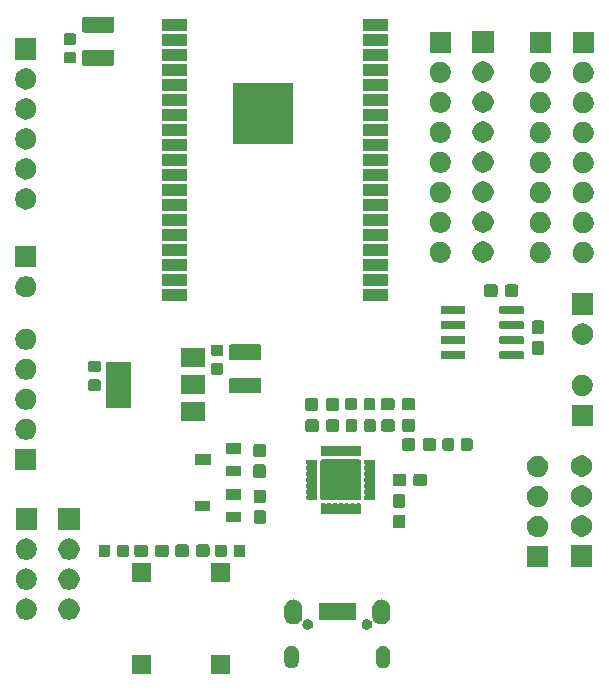
<source format=gbr>
G04 #@! TF.GenerationSoftware,KiCad,Pcbnew,5.1.5+dfsg1-2build2*
G04 #@! TF.CreationDate,2020-06-17T17:16:26+07:00*
G04 #@! TF.ProjectId,wrover_the_thesis,77726f76-6572-45f7-9468-655f74686573,rev?*
G04 #@! TF.SameCoordinates,Original*
G04 #@! TF.FileFunction,Soldermask,Top*
G04 #@! TF.FilePolarity,Negative*
%FSLAX46Y46*%
G04 Gerber Fmt 4.6, Leading zero omitted, Abs format (unit mm)*
G04 Created by KiCad (PCBNEW 5.1.5+dfsg1-2build2) date 2020-06-17 17:16:26*
%MOMM*%
%LPD*%
G04 APERTURE LIST*
%ADD10C,0.100000*%
G04 APERTURE END LIST*
D10*
G36*
X53401000Y-99961000D02*
G01*
X51799000Y-99961000D01*
X51799000Y-98359000D01*
X53401000Y-98359000D01*
X53401000Y-99961000D01*
G37*
G36*
X60131000Y-99951000D02*
G01*
X58529000Y-99951000D01*
X58529000Y-98349000D01*
X60131000Y-98349000D01*
X60131000Y-99951000D01*
G37*
G36*
X73187714Y-97568058D02*
G01*
X73305721Y-97603855D01*
X73414468Y-97661981D01*
X73509790Y-97740210D01*
X73588019Y-97835532D01*
X73646145Y-97944278D01*
X73681942Y-98062285D01*
X73691000Y-98154254D01*
X73691000Y-98865746D01*
X73681942Y-98957715D01*
X73646145Y-99075722D01*
X73588019Y-99184468D01*
X73509790Y-99279790D01*
X73414468Y-99358019D01*
X73305722Y-99416145D01*
X73187715Y-99451942D01*
X73065000Y-99464028D01*
X72942286Y-99451942D01*
X72824279Y-99416145D01*
X72715533Y-99358019D01*
X72620211Y-99279790D01*
X72541982Y-99184468D01*
X72483855Y-99075721D01*
X72448058Y-98957715D01*
X72439000Y-98865746D01*
X72439000Y-98154255D01*
X72448058Y-98062286D01*
X72483855Y-97944279D01*
X72541981Y-97835532D01*
X72620210Y-97740210D01*
X72715532Y-97661981D01*
X72824278Y-97603855D01*
X72942285Y-97568058D01*
X73065000Y-97555972D01*
X73187714Y-97568058D01*
G37*
G36*
X65437714Y-97568058D02*
G01*
X65555721Y-97603855D01*
X65664468Y-97661981D01*
X65759790Y-97740210D01*
X65838019Y-97835532D01*
X65896145Y-97944278D01*
X65931942Y-98062285D01*
X65941000Y-98154254D01*
X65941000Y-98865746D01*
X65931942Y-98957715D01*
X65896145Y-99075722D01*
X65838019Y-99184468D01*
X65759790Y-99279790D01*
X65664468Y-99358019D01*
X65555722Y-99416145D01*
X65437715Y-99451942D01*
X65315000Y-99464028D01*
X65192286Y-99451942D01*
X65074279Y-99416145D01*
X64965533Y-99358019D01*
X64870211Y-99279790D01*
X64791982Y-99184468D01*
X64733855Y-99075721D01*
X64698058Y-98957715D01*
X64689000Y-98865746D01*
X64689000Y-98154255D01*
X64698058Y-98062286D01*
X64733855Y-97944279D01*
X64791981Y-97835532D01*
X64870210Y-97740210D01*
X64965532Y-97661981D01*
X65074278Y-97603855D01*
X65192285Y-97568058D01*
X65315000Y-97555972D01*
X65437714Y-97568058D01*
G37*
G36*
X73067120Y-93670228D02*
G01*
X73213401Y-93714602D01*
X73348206Y-93786657D01*
X73466367Y-93883628D01*
X73563345Y-94001796D01*
X73635398Y-94136598D01*
X73679772Y-94282879D01*
X73691000Y-94396882D01*
X73691000Y-95023118D01*
X73679772Y-95137121D01*
X73635398Y-95283402D01*
X73563345Y-95418204D01*
X73563343Y-95418206D01*
X73563342Y-95418208D01*
X73466369Y-95536369D01*
X73409707Y-95582871D01*
X73348204Y-95633345D01*
X73213402Y-95705398D01*
X73067121Y-95749772D01*
X72915000Y-95764754D01*
X72762880Y-95749772D01*
X72616599Y-95705398D01*
X72481797Y-95633345D01*
X72363628Y-95536366D01*
X72336711Y-95503568D01*
X72319384Y-95486241D01*
X72299009Y-95472627D01*
X72276370Y-95463250D01*
X72252337Y-95458470D01*
X72227833Y-95458470D01*
X72203800Y-95463251D01*
X72181161Y-95472628D01*
X72160787Y-95486242D01*
X72143460Y-95503569D01*
X72129846Y-95523944D01*
X72120469Y-95546583D01*
X72115689Y-95570616D01*
X72115689Y-95595120D01*
X72120470Y-95619153D01*
X72123510Y-95627648D01*
X72141000Y-95715579D01*
X72141000Y-95804421D01*
X72123669Y-95891552D01*
X72089672Y-95973627D01*
X72089671Y-95973629D01*
X72040314Y-96047496D01*
X71977496Y-96110314D01*
X71903629Y-96159671D01*
X71903628Y-96159672D01*
X71903627Y-96159672D01*
X71821552Y-96193669D01*
X71734421Y-96211000D01*
X71645579Y-96211000D01*
X71558448Y-96193669D01*
X71476373Y-96159672D01*
X71476372Y-96159672D01*
X71476371Y-96159671D01*
X71402504Y-96110314D01*
X71339686Y-96047496D01*
X71290329Y-95973629D01*
X71290328Y-95973627D01*
X71256331Y-95891552D01*
X71239000Y-95804421D01*
X71239000Y-95715579D01*
X71256331Y-95628448D01*
X71290328Y-95546373D01*
X71305315Y-95523944D01*
X71330507Y-95486241D01*
X71339685Y-95472505D01*
X71402505Y-95409685D01*
X71475367Y-95361000D01*
X71476371Y-95360329D01*
X71476373Y-95360328D01*
X71558448Y-95326331D01*
X71645579Y-95309000D01*
X71734421Y-95309000D01*
X71821552Y-95326331D01*
X71903627Y-95360328D01*
X71903629Y-95360329D01*
X71904633Y-95361000D01*
X71977495Y-95409685D01*
X71993048Y-95425238D01*
X72011990Y-95440783D01*
X72033601Y-95452334D01*
X72057050Y-95459447D01*
X72081436Y-95461849D01*
X72105822Y-95459447D01*
X72129271Y-95452334D01*
X72150882Y-95440783D01*
X72169824Y-95425238D01*
X72185369Y-95406296D01*
X72196920Y-95384685D01*
X72204033Y-95361236D01*
X72206435Y-95336850D01*
X72204033Y-95312464D01*
X72196920Y-95289015D01*
X72195204Y-95285386D01*
X72150228Y-95137121D01*
X72139000Y-95023118D01*
X72139000Y-94396883D01*
X72150228Y-94282880D01*
X72194602Y-94136599D01*
X72266657Y-94001794D01*
X72363628Y-93883633D01*
X72481796Y-93786655D01*
X72616598Y-93714602D01*
X72762879Y-93670228D01*
X72915000Y-93655246D01*
X73067120Y-93670228D01*
G37*
G36*
X65617120Y-93670228D02*
G01*
X65763401Y-93714602D01*
X65898206Y-93786657D01*
X66016367Y-93883628D01*
X66113345Y-94001796D01*
X66185398Y-94136598D01*
X66229772Y-94282879D01*
X66241000Y-94396882D01*
X66241000Y-95023118D01*
X66229772Y-95137121D01*
X66183598Y-95289336D01*
X66178948Y-95300561D01*
X66174167Y-95324595D01*
X66174167Y-95349099D01*
X66178946Y-95373132D01*
X66188323Y-95395771D01*
X66201936Y-95416146D01*
X66219263Y-95433473D01*
X66239637Y-95447088D01*
X66262275Y-95456466D01*
X66286309Y-95461247D01*
X66310813Y-95461247D01*
X66334846Y-95456468D01*
X66357485Y-95447091D01*
X66377860Y-95433478D01*
X66386952Y-95425238D01*
X66402505Y-95409685D01*
X66475367Y-95361000D01*
X66476371Y-95360329D01*
X66476373Y-95360328D01*
X66558448Y-95326331D01*
X66645579Y-95309000D01*
X66734421Y-95309000D01*
X66821552Y-95326331D01*
X66903627Y-95360328D01*
X66903629Y-95360329D01*
X66904633Y-95361000D01*
X66977495Y-95409685D01*
X67040315Y-95472505D01*
X67049493Y-95486241D01*
X67074686Y-95523944D01*
X67089672Y-95546373D01*
X67123669Y-95628448D01*
X67141000Y-95715579D01*
X67141000Y-95804421D01*
X67123669Y-95891552D01*
X67089672Y-95973627D01*
X67089671Y-95973629D01*
X67040314Y-96047496D01*
X66977496Y-96110314D01*
X66903629Y-96159671D01*
X66903628Y-96159672D01*
X66903627Y-96159672D01*
X66821552Y-96193669D01*
X66734421Y-96211000D01*
X66645579Y-96211000D01*
X66558448Y-96193669D01*
X66476373Y-96159672D01*
X66476372Y-96159672D01*
X66476371Y-96159671D01*
X66402504Y-96110314D01*
X66339686Y-96047496D01*
X66290329Y-95973629D01*
X66290328Y-95973627D01*
X66256331Y-95891552D01*
X66239000Y-95804421D01*
X66239000Y-95715579D01*
X66256807Y-95626054D01*
X66262510Y-95607257D01*
X66264912Y-95582871D01*
X66262511Y-95558485D01*
X66255398Y-95535036D01*
X66243847Y-95513425D01*
X66228302Y-95494483D01*
X66209361Y-95478937D01*
X66187750Y-95467386D01*
X66164301Y-95460272D01*
X66139915Y-95457870D01*
X66115529Y-95460271D01*
X66092080Y-95467384D01*
X66070469Y-95478935D01*
X66051527Y-95494480D01*
X66043288Y-95503570D01*
X66016372Y-95536367D01*
X65898204Y-95633345D01*
X65763402Y-95705398D01*
X65617121Y-95749772D01*
X65465000Y-95764754D01*
X65312880Y-95749772D01*
X65166599Y-95705398D01*
X65031797Y-95633345D01*
X64970295Y-95582871D01*
X64913632Y-95536369D01*
X64886714Y-95503570D01*
X64816657Y-95418206D01*
X64744601Y-95283400D01*
X64700228Y-95137121D01*
X64689000Y-95023118D01*
X64689000Y-94396883D01*
X64700228Y-94282880D01*
X64744602Y-94136599D01*
X64816657Y-94001794D01*
X64913628Y-93883633D01*
X65031796Y-93786655D01*
X65166598Y-93714602D01*
X65312879Y-93670228D01*
X65465000Y-93655246D01*
X65617120Y-93670228D01*
G37*
G36*
X42963512Y-93573927D02*
G01*
X43112812Y-93603624D01*
X43276784Y-93671544D01*
X43424354Y-93770147D01*
X43549853Y-93895646D01*
X43648456Y-94043216D01*
X43716376Y-94207188D01*
X43751000Y-94381259D01*
X43751000Y-94558741D01*
X43716376Y-94732812D01*
X43648456Y-94896784D01*
X43549853Y-95044354D01*
X43424354Y-95169853D01*
X43276784Y-95268456D01*
X43112812Y-95336376D01*
X42963512Y-95366073D01*
X42938742Y-95371000D01*
X42761258Y-95371000D01*
X42736488Y-95366073D01*
X42587188Y-95336376D01*
X42423216Y-95268456D01*
X42275646Y-95169853D01*
X42150147Y-95044354D01*
X42051544Y-94896784D01*
X41983624Y-94732812D01*
X41949000Y-94558741D01*
X41949000Y-94381259D01*
X41983624Y-94207188D01*
X42051544Y-94043216D01*
X42150147Y-93895646D01*
X42275646Y-93770147D01*
X42423216Y-93671544D01*
X42587188Y-93603624D01*
X42736488Y-93573927D01*
X42761258Y-93569000D01*
X42938742Y-93569000D01*
X42963512Y-93573927D01*
G37*
G36*
X46583512Y-93573927D02*
G01*
X46732812Y-93603624D01*
X46896784Y-93671544D01*
X47044354Y-93770147D01*
X47169853Y-93895646D01*
X47268456Y-94043216D01*
X47336376Y-94207188D01*
X47371000Y-94381259D01*
X47371000Y-94558741D01*
X47336376Y-94732812D01*
X47268456Y-94896784D01*
X47169853Y-95044354D01*
X47044354Y-95169853D01*
X46896784Y-95268456D01*
X46732812Y-95336376D01*
X46583512Y-95366073D01*
X46558742Y-95371000D01*
X46381258Y-95371000D01*
X46356488Y-95366073D01*
X46207188Y-95336376D01*
X46043216Y-95268456D01*
X45895646Y-95169853D01*
X45770147Y-95044354D01*
X45671544Y-94896784D01*
X45603624Y-94732812D01*
X45569000Y-94558741D01*
X45569000Y-94381259D01*
X45603624Y-94207188D01*
X45671544Y-94043216D01*
X45770147Y-93895646D01*
X45895646Y-93770147D01*
X46043216Y-93671544D01*
X46207188Y-93603624D01*
X46356488Y-93573927D01*
X46381258Y-93569000D01*
X46558742Y-93569000D01*
X46583512Y-93573927D01*
G37*
G36*
X70766000Y-95361000D02*
G01*
X67614000Y-95361000D01*
X67614000Y-93959000D01*
X70766000Y-93959000D01*
X70766000Y-95361000D01*
G37*
G36*
X42963512Y-91033927D02*
G01*
X43112812Y-91063624D01*
X43276784Y-91131544D01*
X43424354Y-91230147D01*
X43549853Y-91355646D01*
X43648456Y-91503216D01*
X43716376Y-91667188D01*
X43751000Y-91841259D01*
X43751000Y-92018741D01*
X43716376Y-92192812D01*
X43648456Y-92356784D01*
X43549853Y-92504354D01*
X43424354Y-92629853D01*
X43276784Y-92728456D01*
X43112812Y-92796376D01*
X42963512Y-92826073D01*
X42938742Y-92831000D01*
X42761258Y-92831000D01*
X42736488Y-92826073D01*
X42587188Y-92796376D01*
X42423216Y-92728456D01*
X42275646Y-92629853D01*
X42150147Y-92504354D01*
X42051544Y-92356784D01*
X41983624Y-92192812D01*
X41949000Y-92018741D01*
X41949000Y-91841259D01*
X41983624Y-91667188D01*
X42051544Y-91503216D01*
X42150147Y-91355646D01*
X42275646Y-91230147D01*
X42423216Y-91131544D01*
X42587188Y-91063624D01*
X42736488Y-91033927D01*
X42761258Y-91029000D01*
X42938742Y-91029000D01*
X42963512Y-91033927D01*
G37*
G36*
X46583512Y-91033927D02*
G01*
X46732812Y-91063624D01*
X46896784Y-91131544D01*
X47044354Y-91230147D01*
X47169853Y-91355646D01*
X47268456Y-91503216D01*
X47336376Y-91667188D01*
X47371000Y-91841259D01*
X47371000Y-92018741D01*
X47336376Y-92192812D01*
X47268456Y-92356784D01*
X47169853Y-92504354D01*
X47044354Y-92629853D01*
X46896784Y-92728456D01*
X46732812Y-92796376D01*
X46583512Y-92826073D01*
X46558742Y-92831000D01*
X46381258Y-92831000D01*
X46356488Y-92826073D01*
X46207188Y-92796376D01*
X46043216Y-92728456D01*
X45895646Y-92629853D01*
X45770147Y-92504354D01*
X45671544Y-92356784D01*
X45603624Y-92192812D01*
X45569000Y-92018741D01*
X45569000Y-91841259D01*
X45603624Y-91667188D01*
X45671544Y-91503216D01*
X45770147Y-91355646D01*
X45895646Y-91230147D01*
X46043216Y-91131544D01*
X46207188Y-91063624D01*
X46356488Y-91033927D01*
X46381258Y-91029000D01*
X46558742Y-91029000D01*
X46583512Y-91033927D01*
G37*
G36*
X53401000Y-92161000D02*
G01*
X51799000Y-92161000D01*
X51799000Y-90559000D01*
X53401000Y-90559000D01*
X53401000Y-92161000D01*
G37*
G36*
X60131000Y-92151000D02*
G01*
X58529000Y-92151000D01*
X58529000Y-90549000D01*
X60131000Y-90549000D01*
X60131000Y-92151000D01*
G37*
G36*
X87051000Y-90901000D02*
G01*
X85249000Y-90901000D01*
X85249000Y-89099000D01*
X87051000Y-89099000D01*
X87051000Y-90901000D01*
G37*
G36*
X90781000Y-90881000D02*
G01*
X88979000Y-90881000D01*
X88979000Y-89079000D01*
X90781000Y-89079000D01*
X90781000Y-90881000D01*
G37*
G36*
X42963512Y-88493927D02*
G01*
X43112812Y-88523624D01*
X43276784Y-88591544D01*
X43424354Y-88690147D01*
X43549853Y-88815646D01*
X43648456Y-88963216D01*
X43716376Y-89127188D01*
X43751000Y-89301259D01*
X43751000Y-89478741D01*
X43716376Y-89652812D01*
X43648456Y-89816784D01*
X43549853Y-89964354D01*
X43424354Y-90089853D01*
X43276784Y-90188456D01*
X43112812Y-90256376D01*
X42963512Y-90286073D01*
X42938742Y-90291000D01*
X42761258Y-90291000D01*
X42736488Y-90286073D01*
X42587188Y-90256376D01*
X42423216Y-90188456D01*
X42275646Y-90089853D01*
X42150147Y-89964354D01*
X42051544Y-89816784D01*
X41983624Y-89652812D01*
X41949000Y-89478741D01*
X41949000Y-89301259D01*
X41983624Y-89127188D01*
X42051544Y-88963216D01*
X42150147Y-88815646D01*
X42275646Y-88690147D01*
X42423216Y-88591544D01*
X42587188Y-88523624D01*
X42736488Y-88493927D01*
X42761258Y-88489000D01*
X42938742Y-88489000D01*
X42963512Y-88493927D01*
G37*
G36*
X46583512Y-88493927D02*
G01*
X46732812Y-88523624D01*
X46896784Y-88591544D01*
X47044354Y-88690147D01*
X47169853Y-88815646D01*
X47268456Y-88963216D01*
X47336376Y-89127188D01*
X47371000Y-89301259D01*
X47371000Y-89478741D01*
X47336376Y-89652812D01*
X47268456Y-89816784D01*
X47169853Y-89964354D01*
X47044354Y-90089853D01*
X46896784Y-90188456D01*
X46732812Y-90256376D01*
X46583512Y-90286073D01*
X46558742Y-90291000D01*
X46381258Y-90291000D01*
X46356488Y-90286073D01*
X46207188Y-90256376D01*
X46043216Y-90188456D01*
X45895646Y-90089853D01*
X45770147Y-89964354D01*
X45671544Y-89816784D01*
X45603624Y-89652812D01*
X45569000Y-89478741D01*
X45569000Y-89301259D01*
X45603624Y-89127188D01*
X45671544Y-88963216D01*
X45770147Y-88815646D01*
X45895646Y-88690147D01*
X46043216Y-88591544D01*
X46207188Y-88523624D01*
X46356488Y-88493927D01*
X46381258Y-88489000D01*
X46558742Y-88489000D01*
X46583512Y-88493927D01*
G37*
G36*
X54749499Y-89008445D02*
G01*
X54786995Y-89019820D01*
X54821554Y-89038292D01*
X54851847Y-89063153D01*
X54876708Y-89093446D01*
X54895180Y-89128005D01*
X54906555Y-89165501D01*
X54911000Y-89210638D01*
X54911000Y-89849362D01*
X54906555Y-89894499D01*
X54895180Y-89931995D01*
X54876708Y-89966554D01*
X54851847Y-89996847D01*
X54821554Y-90021708D01*
X54786995Y-90040180D01*
X54749499Y-90051555D01*
X54704362Y-90056000D01*
X53965638Y-90056000D01*
X53920501Y-90051555D01*
X53883005Y-90040180D01*
X53848446Y-90021708D01*
X53818153Y-89996847D01*
X53793292Y-89966554D01*
X53774820Y-89931995D01*
X53763445Y-89894499D01*
X53759000Y-89849362D01*
X53759000Y-89210638D01*
X53763445Y-89165501D01*
X53774820Y-89128005D01*
X53793292Y-89093446D01*
X53818153Y-89063153D01*
X53848446Y-89038292D01*
X53883005Y-89019820D01*
X53920501Y-89008445D01*
X53965638Y-89004000D01*
X54704362Y-89004000D01*
X54749499Y-89008445D01*
G37*
G36*
X59672091Y-89008085D02*
G01*
X59706069Y-89018393D01*
X59737390Y-89035134D01*
X59764839Y-89057661D01*
X59787366Y-89085110D01*
X59804107Y-89116431D01*
X59814415Y-89150409D01*
X59818500Y-89191890D01*
X59818500Y-89868110D01*
X59814415Y-89909591D01*
X59804107Y-89943569D01*
X59787366Y-89974890D01*
X59764839Y-90002339D01*
X59737390Y-90024866D01*
X59706069Y-90041607D01*
X59672091Y-90051915D01*
X59630610Y-90056000D01*
X59029390Y-90056000D01*
X58987909Y-90051915D01*
X58953931Y-90041607D01*
X58922610Y-90024866D01*
X58895161Y-90002339D01*
X58872634Y-89974890D01*
X58855893Y-89943569D01*
X58845585Y-89909591D01*
X58841500Y-89868110D01*
X58841500Y-89191890D01*
X58845585Y-89150409D01*
X58855893Y-89116431D01*
X58872634Y-89085110D01*
X58895161Y-89057661D01*
X58922610Y-89035134D01*
X58953931Y-89018393D01*
X58987909Y-89008085D01*
X59029390Y-89004000D01*
X59630610Y-89004000D01*
X59672091Y-89008085D01*
G37*
G36*
X61247091Y-89008085D02*
G01*
X61281069Y-89018393D01*
X61312390Y-89035134D01*
X61339839Y-89057661D01*
X61362366Y-89085110D01*
X61379107Y-89116431D01*
X61389415Y-89150409D01*
X61393500Y-89191890D01*
X61393500Y-89868110D01*
X61389415Y-89909591D01*
X61379107Y-89943569D01*
X61362366Y-89974890D01*
X61339839Y-90002339D01*
X61312390Y-90024866D01*
X61281069Y-90041607D01*
X61247091Y-90051915D01*
X61205610Y-90056000D01*
X60604390Y-90056000D01*
X60562909Y-90051915D01*
X60528931Y-90041607D01*
X60497610Y-90024866D01*
X60470161Y-90002339D01*
X60447634Y-89974890D01*
X60430893Y-89943569D01*
X60420585Y-89909591D01*
X60416500Y-89868110D01*
X60416500Y-89191890D01*
X60420585Y-89150409D01*
X60430893Y-89116431D01*
X60447634Y-89085110D01*
X60470161Y-89057661D01*
X60497610Y-89035134D01*
X60528931Y-89018393D01*
X60562909Y-89008085D01*
X60604390Y-89004000D01*
X61205610Y-89004000D01*
X61247091Y-89008085D01*
G37*
G36*
X52999499Y-89008445D02*
G01*
X53036995Y-89019820D01*
X53071554Y-89038292D01*
X53101847Y-89063153D01*
X53126708Y-89093446D01*
X53145180Y-89128005D01*
X53156555Y-89165501D01*
X53161000Y-89210638D01*
X53161000Y-89849362D01*
X53156555Y-89894499D01*
X53145180Y-89931995D01*
X53126708Y-89966554D01*
X53101847Y-89996847D01*
X53071554Y-90021708D01*
X53036995Y-90040180D01*
X52999499Y-90051555D01*
X52954362Y-90056000D01*
X52215638Y-90056000D01*
X52170501Y-90051555D01*
X52133005Y-90040180D01*
X52098446Y-90021708D01*
X52068153Y-89996847D01*
X52043292Y-89966554D01*
X52024820Y-89931995D01*
X52013445Y-89894499D01*
X52009000Y-89849362D01*
X52009000Y-89210638D01*
X52013445Y-89165501D01*
X52024820Y-89128005D01*
X52043292Y-89093446D01*
X52068153Y-89063153D01*
X52098446Y-89038292D01*
X52133005Y-89019820D01*
X52170501Y-89008445D01*
X52215638Y-89004000D01*
X52954362Y-89004000D01*
X52999499Y-89008445D01*
G37*
G36*
X51382091Y-89008085D02*
G01*
X51416069Y-89018393D01*
X51447390Y-89035134D01*
X51474839Y-89057661D01*
X51497366Y-89085110D01*
X51514107Y-89116431D01*
X51524415Y-89150409D01*
X51528500Y-89191890D01*
X51528500Y-89868110D01*
X51524415Y-89909591D01*
X51514107Y-89943569D01*
X51497366Y-89974890D01*
X51474839Y-90002339D01*
X51447390Y-90024866D01*
X51416069Y-90041607D01*
X51382091Y-90051915D01*
X51340610Y-90056000D01*
X50739390Y-90056000D01*
X50697909Y-90051915D01*
X50663931Y-90041607D01*
X50632610Y-90024866D01*
X50605161Y-90002339D01*
X50582634Y-89974890D01*
X50565893Y-89943569D01*
X50555585Y-89909591D01*
X50551500Y-89868110D01*
X50551500Y-89191890D01*
X50555585Y-89150409D01*
X50565893Y-89116431D01*
X50582634Y-89085110D01*
X50605161Y-89057661D01*
X50632610Y-89035134D01*
X50663931Y-89018393D01*
X50697909Y-89008085D01*
X50739390Y-89004000D01*
X51340610Y-89004000D01*
X51382091Y-89008085D01*
G37*
G36*
X49807091Y-89008085D02*
G01*
X49841069Y-89018393D01*
X49872390Y-89035134D01*
X49899839Y-89057661D01*
X49922366Y-89085110D01*
X49939107Y-89116431D01*
X49949415Y-89150409D01*
X49953500Y-89191890D01*
X49953500Y-89868110D01*
X49949415Y-89909591D01*
X49939107Y-89943569D01*
X49922366Y-89974890D01*
X49899839Y-90002339D01*
X49872390Y-90024866D01*
X49841069Y-90041607D01*
X49807091Y-90051915D01*
X49765610Y-90056000D01*
X49164390Y-90056000D01*
X49122909Y-90051915D01*
X49088931Y-90041607D01*
X49057610Y-90024866D01*
X49030161Y-90002339D01*
X49007634Y-89974890D01*
X48990893Y-89943569D01*
X48980585Y-89909591D01*
X48976500Y-89868110D01*
X48976500Y-89191890D01*
X48980585Y-89150409D01*
X48990893Y-89116431D01*
X49007634Y-89085110D01*
X49030161Y-89057661D01*
X49057610Y-89035134D01*
X49088931Y-89018393D01*
X49122909Y-89008085D01*
X49164390Y-89004000D01*
X49765610Y-89004000D01*
X49807091Y-89008085D01*
G37*
G36*
X56459499Y-88998445D02*
G01*
X56496995Y-89009820D01*
X56531554Y-89028292D01*
X56561847Y-89053153D01*
X56586708Y-89083446D01*
X56605180Y-89118005D01*
X56616555Y-89155501D01*
X56621000Y-89200638D01*
X56621000Y-89839362D01*
X56616555Y-89884499D01*
X56605180Y-89921995D01*
X56586708Y-89956554D01*
X56561847Y-89986847D01*
X56531554Y-90011708D01*
X56496995Y-90030180D01*
X56459499Y-90041555D01*
X56414362Y-90046000D01*
X55675638Y-90046000D01*
X55630501Y-90041555D01*
X55593005Y-90030180D01*
X55558446Y-90011708D01*
X55528153Y-89986847D01*
X55503292Y-89956554D01*
X55484820Y-89921995D01*
X55473445Y-89884499D01*
X55469000Y-89839362D01*
X55469000Y-89200638D01*
X55473445Y-89155501D01*
X55484820Y-89118005D01*
X55503292Y-89083446D01*
X55528153Y-89053153D01*
X55558446Y-89028292D01*
X55593005Y-89009820D01*
X55630501Y-88998445D01*
X55675638Y-88994000D01*
X56414362Y-88994000D01*
X56459499Y-88998445D01*
G37*
G36*
X58209499Y-88998445D02*
G01*
X58246995Y-89009820D01*
X58281554Y-89028292D01*
X58311847Y-89053153D01*
X58336708Y-89083446D01*
X58355180Y-89118005D01*
X58366555Y-89155501D01*
X58371000Y-89200638D01*
X58371000Y-89839362D01*
X58366555Y-89884499D01*
X58355180Y-89921995D01*
X58336708Y-89956554D01*
X58311847Y-89986847D01*
X58281554Y-90011708D01*
X58246995Y-90030180D01*
X58209499Y-90041555D01*
X58164362Y-90046000D01*
X57425638Y-90046000D01*
X57380501Y-90041555D01*
X57343005Y-90030180D01*
X57308446Y-90011708D01*
X57278153Y-89986847D01*
X57253292Y-89956554D01*
X57234820Y-89921995D01*
X57223445Y-89884499D01*
X57219000Y-89839362D01*
X57219000Y-89200638D01*
X57223445Y-89155501D01*
X57234820Y-89118005D01*
X57253292Y-89083446D01*
X57278153Y-89053153D01*
X57308446Y-89028292D01*
X57343005Y-89009820D01*
X57380501Y-88998445D01*
X57425638Y-88994000D01*
X58164362Y-88994000D01*
X58209499Y-88998445D01*
G37*
G36*
X86263512Y-86563927D02*
G01*
X86412812Y-86593624D01*
X86576784Y-86661544D01*
X86724354Y-86760147D01*
X86849853Y-86885646D01*
X86948456Y-87033216D01*
X87016376Y-87197188D01*
X87051000Y-87371259D01*
X87051000Y-87548741D01*
X87016376Y-87722812D01*
X86948456Y-87886784D01*
X86849853Y-88034354D01*
X86724354Y-88159853D01*
X86576784Y-88258456D01*
X86412812Y-88326376D01*
X86263512Y-88356073D01*
X86238742Y-88361000D01*
X86061258Y-88361000D01*
X86036488Y-88356073D01*
X85887188Y-88326376D01*
X85723216Y-88258456D01*
X85575646Y-88159853D01*
X85450147Y-88034354D01*
X85351544Y-87886784D01*
X85283624Y-87722812D01*
X85249000Y-87548741D01*
X85249000Y-87371259D01*
X85283624Y-87197188D01*
X85351544Y-87033216D01*
X85450147Y-86885646D01*
X85575646Y-86760147D01*
X85723216Y-86661544D01*
X85887188Y-86593624D01*
X86036488Y-86563927D01*
X86061258Y-86559000D01*
X86238742Y-86559000D01*
X86263512Y-86563927D01*
G37*
G36*
X89993512Y-86543927D02*
G01*
X90142812Y-86573624D01*
X90306784Y-86641544D01*
X90454354Y-86740147D01*
X90579853Y-86865646D01*
X90678456Y-87013216D01*
X90746376Y-87177188D01*
X90781000Y-87351259D01*
X90781000Y-87528741D01*
X90746376Y-87702812D01*
X90678456Y-87866784D01*
X90579853Y-88014354D01*
X90454354Y-88139853D01*
X90306784Y-88238456D01*
X90142812Y-88306376D01*
X89993512Y-88336073D01*
X89968742Y-88341000D01*
X89791258Y-88341000D01*
X89766488Y-88336073D01*
X89617188Y-88306376D01*
X89453216Y-88238456D01*
X89305646Y-88139853D01*
X89180147Y-88014354D01*
X89081544Y-87866784D01*
X89013624Y-87702812D01*
X88979000Y-87528741D01*
X88979000Y-87351259D01*
X89013624Y-87177188D01*
X89081544Y-87013216D01*
X89180147Y-86865646D01*
X89305646Y-86740147D01*
X89453216Y-86641544D01*
X89617188Y-86573624D01*
X89766488Y-86543927D01*
X89791258Y-86539000D01*
X89968742Y-86539000D01*
X89993512Y-86543927D01*
G37*
G36*
X43751000Y-87751000D02*
G01*
X41949000Y-87751000D01*
X41949000Y-85949000D01*
X43751000Y-85949000D01*
X43751000Y-87751000D01*
G37*
G36*
X47371000Y-87751000D02*
G01*
X45569000Y-87751000D01*
X45569000Y-85949000D01*
X47371000Y-85949000D01*
X47371000Y-87751000D01*
G37*
G36*
X74784499Y-86483445D02*
G01*
X74821995Y-86494820D01*
X74856554Y-86513292D01*
X74886847Y-86538153D01*
X74911708Y-86568446D01*
X74930180Y-86603005D01*
X74941555Y-86640501D01*
X74946000Y-86685638D01*
X74946000Y-87424362D01*
X74941555Y-87469499D01*
X74930180Y-87506995D01*
X74911708Y-87541554D01*
X74886847Y-87571847D01*
X74856554Y-87596708D01*
X74821995Y-87615180D01*
X74784499Y-87626555D01*
X74739362Y-87631000D01*
X74100638Y-87631000D01*
X74055501Y-87626555D01*
X74018005Y-87615180D01*
X73983446Y-87596708D01*
X73953153Y-87571847D01*
X73928292Y-87541554D01*
X73909820Y-87506995D01*
X73898445Y-87469499D01*
X73894000Y-87424362D01*
X73894000Y-86685638D01*
X73898445Y-86640501D01*
X73909820Y-86603005D01*
X73928292Y-86568446D01*
X73953153Y-86538153D01*
X73983446Y-86513292D01*
X74018005Y-86494820D01*
X74055501Y-86483445D01*
X74100638Y-86479000D01*
X74739362Y-86479000D01*
X74784499Y-86483445D01*
G37*
G36*
X62984499Y-86103445D02*
G01*
X63021995Y-86114820D01*
X63056554Y-86133292D01*
X63086847Y-86158153D01*
X63111708Y-86188446D01*
X63130180Y-86223005D01*
X63141555Y-86260501D01*
X63146000Y-86305638D01*
X63146000Y-87044362D01*
X63141555Y-87089499D01*
X63130180Y-87126995D01*
X63111708Y-87161554D01*
X63086847Y-87191847D01*
X63056554Y-87216708D01*
X63021995Y-87235180D01*
X62984499Y-87246555D01*
X62939362Y-87251000D01*
X62300638Y-87251000D01*
X62255501Y-87246555D01*
X62218005Y-87235180D01*
X62183446Y-87216708D01*
X62153153Y-87191847D01*
X62128292Y-87161554D01*
X62109820Y-87126995D01*
X62098445Y-87089499D01*
X62094000Y-87044362D01*
X62094000Y-86305638D01*
X62098445Y-86260501D01*
X62109820Y-86223005D01*
X62128292Y-86188446D01*
X62153153Y-86158153D01*
X62183446Y-86133292D01*
X62218005Y-86114820D01*
X62255501Y-86103445D01*
X62300638Y-86099000D01*
X62939362Y-86099000D01*
X62984499Y-86103445D01*
G37*
G36*
X61041000Y-87131000D02*
G01*
X59739000Y-87131000D01*
X59739000Y-86229000D01*
X61041000Y-86229000D01*
X61041000Y-87131000D01*
G37*
G36*
X68135355Y-85530083D02*
G01*
X68140029Y-85531501D01*
X68144330Y-85533800D01*
X68150702Y-85539029D01*
X68171076Y-85552643D01*
X68193715Y-85562020D01*
X68217749Y-85566800D01*
X68242253Y-85566800D01*
X68266286Y-85562019D01*
X68288925Y-85552642D01*
X68309298Y-85539029D01*
X68315670Y-85533800D01*
X68319971Y-85531501D01*
X68324645Y-85530083D01*
X68335641Y-85529000D01*
X68624359Y-85529000D01*
X68635355Y-85530083D01*
X68640029Y-85531501D01*
X68644330Y-85533800D01*
X68650702Y-85539029D01*
X68671076Y-85552643D01*
X68693715Y-85562020D01*
X68717749Y-85566800D01*
X68742253Y-85566800D01*
X68766286Y-85562019D01*
X68788925Y-85552642D01*
X68809298Y-85539029D01*
X68815670Y-85533800D01*
X68819971Y-85531501D01*
X68824645Y-85530083D01*
X68835641Y-85529000D01*
X69124359Y-85529000D01*
X69135355Y-85530083D01*
X69140029Y-85531501D01*
X69144330Y-85533800D01*
X69150702Y-85539029D01*
X69171076Y-85552643D01*
X69193715Y-85562020D01*
X69217749Y-85566800D01*
X69242253Y-85566800D01*
X69266286Y-85562019D01*
X69288925Y-85552642D01*
X69309298Y-85539029D01*
X69315670Y-85533800D01*
X69319971Y-85531501D01*
X69324645Y-85530083D01*
X69335641Y-85529000D01*
X69624359Y-85529000D01*
X69635355Y-85530083D01*
X69640029Y-85531501D01*
X69644330Y-85533800D01*
X69650702Y-85539029D01*
X69671076Y-85552643D01*
X69693715Y-85562020D01*
X69717749Y-85566800D01*
X69742253Y-85566800D01*
X69766286Y-85562019D01*
X69788925Y-85552642D01*
X69809298Y-85539029D01*
X69815670Y-85533800D01*
X69819971Y-85531501D01*
X69824645Y-85530083D01*
X69835641Y-85529000D01*
X70124359Y-85529000D01*
X70135355Y-85530083D01*
X70140029Y-85531501D01*
X70144330Y-85533800D01*
X70150702Y-85539029D01*
X70171076Y-85552643D01*
X70193715Y-85562020D01*
X70217749Y-85566800D01*
X70242253Y-85566800D01*
X70266286Y-85562019D01*
X70288925Y-85552642D01*
X70309298Y-85539029D01*
X70315670Y-85533800D01*
X70319971Y-85531501D01*
X70324645Y-85530083D01*
X70335641Y-85529000D01*
X70624359Y-85529000D01*
X70635355Y-85530083D01*
X70640029Y-85531501D01*
X70644330Y-85533800D01*
X70650702Y-85539029D01*
X70671076Y-85552643D01*
X70693715Y-85562020D01*
X70717749Y-85566800D01*
X70742253Y-85566800D01*
X70766286Y-85562019D01*
X70788925Y-85552642D01*
X70809298Y-85539029D01*
X70815670Y-85533800D01*
X70819971Y-85531501D01*
X70824645Y-85530083D01*
X70835641Y-85529000D01*
X71124359Y-85529000D01*
X71135355Y-85530083D01*
X71140029Y-85531501D01*
X71144331Y-85533800D01*
X71148104Y-85536896D01*
X71151200Y-85540669D01*
X71153499Y-85544971D01*
X71154917Y-85549645D01*
X71156000Y-85560641D01*
X71156000Y-86399359D01*
X71154917Y-86410355D01*
X71153499Y-86415029D01*
X71151200Y-86419331D01*
X71148104Y-86423104D01*
X71144331Y-86426200D01*
X71140029Y-86428499D01*
X71135355Y-86429917D01*
X71124359Y-86431000D01*
X70835641Y-86431000D01*
X70824645Y-86429917D01*
X70819971Y-86428499D01*
X70815670Y-86426200D01*
X70809298Y-86420971D01*
X70788924Y-86407357D01*
X70766285Y-86397980D01*
X70742251Y-86393200D01*
X70717747Y-86393200D01*
X70693714Y-86397981D01*
X70671075Y-86407358D01*
X70650702Y-86420971D01*
X70644330Y-86426200D01*
X70640029Y-86428499D01*
X70635355Y-86429917D01*
X70624359Y-86431000D01*
X70335641Y-86431000D01*
X70324645Y-86429917D01*
X70319971Y-86428499D01*
X70315670Y-86426200D01*
X70309298Y-86420971D01*
X70288924Y-86407357D01*
X70266285Y-86397980D01*
X70242251Y-86393200D01*
X70217747Y-86393200D01*
X70193714Y-86397981D01*
X70171075Y-86407358D01*
X70150702Y-86420971D01*
X70144330Y-86426200D01*
X70140029Y-86428499D01*
X70135355Y-86429917D01*
X70124359Y-86431000D01*
X69835641Y-86431000D01*
X69824645Y-86429917D01*
X69819971Y-86428499D01*
X69815670Y-86426200D01*
X69809298Y-86420971D01*
X69788924Y-86407357D01*
X69766285Y-86397980D01*
X69742251Y-86393200D01*
X69717747Y-86393200D01*
X69693714Y-86397981D01*
X69671075Y-86407358D01*
X69650702Y-86420971D01*
X69644330Y-86426200D01*
X69640029Y-86428499D01*
X69635355Y-86429917D01*
X69624359Y-86431000D01*
X69335641Y-86431000D01*
X69324645Y-86429917D01*
X69319971Y-86428499D01*
X69315670Y-86426200D01*
X69309298Y-86420971D01*
X69288924Y-86407357D01*
X69266285Y-86397980D01*
X69242251Y-86393200D01*
X69217747Y-86393200D01*
X69193714Y-86397981D01*
X69171075Y-86407358D01*
X69150702Y-86420971D01*
X69144330Y-86426200D01*
X69140029Y-86428499D01*
X69135355Y-86429917D01*
X69124359Y-86431000D01*
X68835641Y-86431000D01*
X68824645Y-86429917D01*
X68819971Y-86428499D01*
X68815670Y-86426200D01*
X68809298Y-86420971D01*
X68788924Y-86407357D01*
X68766285Y-86397980D01*
X68742251Y-86393200D01*
X68717747Y-86393200D01*
X68693714Y-86397981D01*
X68671075Y-86407358D01*
X68650702Y-86420971D01*
X68644330Y-86426200D01*
X68640029Y-86428499D01*
X68635355Y-86429917D01*
X68624359Y-86431000D01*
X68335641Y-86431000D01*
X68324645Y-86429917D01*
X68319971Y-86428499D01*
X68315670Y-86426200D01*
X68309298Y-86420971D01*
X68288924Y-86407357D01*
X68266285Y-86397980D01*
X68242251Y-86393200D01*
X68217747Y-86393200D01*
X68193714Y-86397981D01*
X68171075Y-86407358D01*
X68150702Y-86420971D01*
X68144330Y-86426200D01*
X68140029Y-86428499D01*
X68135355Y-86429917D01*
X68124359Y-86431000D01*
X67835641Y-86431000D01*
X67824645Y-86429917D01*
X67819971Y-86428499D01*
X67815669Y-86426200D01*
X67811896Y-86423104D01*
X67808800Y-86419331D01*
X67806501Y-86415029D01*
X67805083Y-86410355D01*
X67804000Y-86399359D01*
X67804000Y-85560641D01*
X67805083Y-85549645D01*
X67806501Y-85544971D01*
X67808800Y-85540669D01*
X67811896Y-85536896D01*
X67815669Y-85533800D01*
X67819971Y-85531501D01*
X67824645Y-85530083D01*
X67835641Y-85529000D01*
X68124359Y-85529000D01*
X68135355Y-85530083D01*
G37*
G36*
X58441000Y-86181000D02*
G01*
X57139000Y-86181000D01*
X57139000Y-85279000D01*
X58441000Y-85279000D01*
X58441000Y-86181000D01*
G37*
G36*
X74784499Y-84733445D02*
G01*
X74821995Y-84744820D01*
X74856554Y-84763292D01*
X74886847Y-84788153D01*
X74911708Y-84818446D01*
X74930180Y-84853005D01*
X74941555Y-84890501D01*
X74946000Y-84935638D01*
X74946000Y-85674362D01*
X74941555Y-85719499D01*
X74930180Y-85756995D01*
X74911708Y-85791554D01*
X74886847Y-85821847D01*
X74856554Y-85846708D01*
X74821995Y-85865180D01*
X74784499Y-85876555D01*
X74739362Y-85881000D01*
X74100638Y-85881000D01*
X74055501Y-85876555D01*
X74018005Y-85865180D01*
X73983446Y-85846708D01*
X73953153Y-85821847D01*
X73928292Y-85791554D01*
X73909820Y-85756995D01*
X73898445Y-85719499D01*
X73894000Y-85674362D01*
X73894000Y-84935638D01*
X73898445Y-84890501D01*
X73909820Y-84853005D01*
X73928292Y-84818446D01*
X73953153Y-84788153D01*
X73983446Y-84763292D01*
X74018005Y-84744820D01*
X74055501Y-84733445D01*
X74100638Y-84729000D01*
X74739362Y-84729000D01*
X74784499Y-84733445D01*
G37*
G36*
X86263512Y-84023927D02*
G01*
X86412812Y-84053624D01*
X86576784Y-84121544D01*
X86724354Y-84220147D01*
X86849853Y-84345646D01*
X86948456Y-84493216D01*
X87016376Y-84657188D01*
X87051000Y-84831259D01*
X87051000Y-85008741D01*
X87016376Y-85182812D01*
X86948456Y-85346784D01*
X86849853Y-85494354D01*
X86724354Y-85619853D01*
X86576784Y-85718456D01*
X86412812Y-85786376D01*
X86263512Y-85816073D01*
X86238742Y-85821000D01*
X86061258Y-85821000D01*
X86036488Y-85816073D01*
X85887188Y-85786376D01*
X85723216Y-85718456D01*
X85575646Y-85619853D01*
X85450147Y-85494354D01*
X85351544Y-85346784D01*
X85283624Y-85182812D01*
X85249000Y-85008741D01*
X85249000Y-84831259D01*
X85283624Y-84657188D01*
X85351544Y-84493216D01*
X85450147Y-84345646D01*
X85575646Y-84220147D01*
X85723216Y-84121544D01*
X85887188Y-84053624D01*
X86036488Y-84023927D01*
X86061258Y-84019000D01*
X86238742Y-84019000D01*
X86263512Y-84023927D01*
G37*
G36*
X89993512Y-84003927D02*
G01*
X90142812Y-84033624D01*
X90306784Y-84101544D01*
X90454354Y-84200147D01*
X90579853Y-84325646D01*
X90678456Y-84473216D01*
X90746376Y-84637188D01*
X90781000Y-84811259D01*
X90781000Y-84988741D01*
X90746376Y-85162812D01*
X90678456Y-85326784D01*
X90579853Y-85474354D01*
X90454354Y-85599853D01*
X90306784Y-85698456D01*
X90142812Y-85766376D01*
X90016230Y-85791554D01*
X89968742Y-85801000D01*
X89791258Y-85801000D01*
X89743770Y-85791554D01*
X89617188Y-85766376D01*
X89453216Y-85698456D01*
X89305646Y-85599853D01*
X89180147Y-85474354D01*
X89081544Y-85326784D01*
X89013624Y-85162812D01*
X88979000Y-84988741D01*
X88979000Y-84811259D01*
X89013624Y-84637188D01*
X89081544Y-84473216D01*
X89180147Y-84325646D01*
X89305646Y-84200147D01*
X89453216Y-84101544D01*
X89617188Y-84033624D01*
X89766488Y-84003927D01*
X89791258Y-83999000D01*
X89968742Y-83999000D01*
X89993512Y-84003927D01*
G37*
G36*
X62984499Y-84353445D02*
G01*
X63021995Y-84364820D01*
X63056554Y-84383292D01*
X63086847Y-84408153D01*
X63111708Y-84438446D01*
X63130180Y-84473005D01*
X63141555Y-84510501D01*
X63146000Y-84555638D01*
X63146000Y-85294362D01*
X63141555Y-85339499D01*
X63130180Y-85376995D01*
X63111708Y-85411554D01*
X63086847Y-85441847D01*
X63056554Y-85466708D01*
X63021995Y-85485180D01*
X62984499Y-85496555D01*
X62939362Y-85501000D01*
X62300638Y-85501000D01*
X62255501Y-85496555D01*
X62218005Y-85485180D01*
X62183446Y-85466708D01*
X62153153Y-85441847D01*
X62128292Y-85411554D01*
X62109820Y-85376995D01*
X62098445Y-85339499D01*
X62094000Y-85294362D01*
X62094000Y-84555638D01*
X62098445Y-84510501D01*
X62109820Y-84473005D01*
X62128292Y-84438446D01*
X62153153Y-84408153D01*
X62183446Y-84383292D01*
X62218005Y-84364820D01*
X62255501Y-84353445D01*
X62300638Y-84349000D01*
X62939362Y-84349000D01*
X62984499Y-84353445D01*
G37*
G36*
X71084124Y-81807499D02*
G01*
X71112387Y-81816073D01*
X71138434Y-81829996D01*
X71161267Y-81848733D01*
X71180004Y-81871566D01*
X71193927Y-81897613D01*
X71202501Y-81925876D01*
X71206000Y-81961408D01*
X71206000Y-85098592D01*
X71202501Y-85134124D01*
X71193927Y-85162387D01*
X71180004Y-85188434D01*
X71161267Y-85211267D01*
X71138434Y-85230004D01*
X71112387Y-85243927D01*
X71084124Y-85252501D01*
X71048592Y-85256000D01*
X67911408Y-85256000D01*
X67875876Y-85252501D01*
X67847613Y-85243927D01*
X67821566Y-85230004D01*
X67798733Y-85211267D01*
X67779996Y-85188434D01*
X67766073Y-85162387D01*
X67757499Y-85134124D01*
X67754000Y-85098592D01*
X67754000Y-81961408D01*
X67757499Y-81925876D01*
X67766073Y-81897613D01*
X67779996Y-81871566D01*
X67798733Y-81848733D01*
X67821566Y-81829996D01*
X67847613Y-81816073D01*
X67875876Y-81807499D01*
X67911408Y-81804000D01*
X71048592Y-81804000D01*
X71084124Y-81807499D01*
G37*
G36*
X61041000Y-85231000D02*
G01*
X59739000Y-85231000D01*
X59739000Y-84329000D01*
X61041000Y-84329000D01*
X61041000Y-85231000D01*
G37*
G36*
X67460355Y-81855083D02*
G01*
X67465029Y-81856501D01*
X67469331Y-81858800D01*
X67473104Y-81861896D01*
X67476200Y-81865669D01*
X67478499Y-81869971D01*
X67479917Y-81874645D01*
X67481000Y-81885641D01*
X67481000Y-82174359D01*
X67479917Y-82185355D01*
X67478499Y-82190029D01*
X67476200Y-82194330D01*
X67470971Y-82200702D01*
X67457357Y-82221076D01*
X67447980Y-82243715D01*
X67443200Y-82267749D01*
X67443200Y-82292253D01*
X67447981Y-82316286D01*
X67457358Y-82338925D01*
X67470971Y-82359298D01*
X67476200Y-82365670D01*
X67478499Y-82369971D01*
X67479917Y-82374645D01*
X67481000Y-82385641D01*
X67481000Y-82674359D01*
X67479917Y-82685355D01*
X67478499Y-82690029D01*
X67476200Y-82694330D01*
X67470971Y-82700702D01*
X67457357Y-82721076D01*
X67447980Y-82743715D01*
X67443200Y-82767749D01*
X67443200Y-82792253D01*
X67447981Y-82816286D01*
X67457358Y-82838925D01*
X67470971Y-82859298D01*
X67476200Y-82865670D01*
X67478499Y-82869971D01*
X67479917Y-82874645D01*
X67481000Y-82885641D01*
X67481000Y-83174359D01*
X67479917Y-83185355D01*
X67478499Y-83190029D01*
X67476200Y-83194330D01*
X67470971Y-83200702D01*
X67457357Y-83221076D01*
X67447980Y-83243715D01*
X67443200Y-83267749D01*
X67443200Y-83292253D01*
X67447981Y-83316286D01*
X67457358Y-83338925D01*
X67470971Y-83359298D01*
X67476200Y-83365670D01*
X67478499Y-83369971D01*
X67479917Y-83374645D01*
X67481000Y-83385641D01*
X67481000Y-83674359D01*
X67479917Y-83685355D01*
X67478499Y-83690029D01*
X67476200Y-83694330D01*
X67470971Y-83700702D01*
X67457357Y-83721076D01*
X67447980Y-83743715D01*
X67443200Y-83767749D01*
X67443200Y-83792253D01*
X67447981Y-83816286D01*
X67457358Y-83838925D01*
X67470971Y-83859298D01*
X67476200Y-83865670D01*
X67478499Y-83869971D01*
X67479917Y-83874645D01*
X67481000Y-83885641D01*
X67481000Y-84174359D01*
X67479917Y-84185355D01*
X67478499Y-84190029D01*
X67476200Y-84194330D01*
X67470971Y-84200702D01*
X67457357Y-84221076D01*
X67447980Y-84243715D01*
X67443200Y-84267749D01*
X67443200Y-84292253D01*
X67447981Y-84316286D01*
X67457358Y-84338925D01*
X67470971Y-84359298D01*
X67476200Y-84365670D01*
X67478499Y-84369971D01*
X67479917Y-84374645D01*
X67481000Y-84385641D01*
X67481000Y-84674359D01*
X67479917Y-84685355D01*
X67478499Y-84690029D01*
X67476200Y-84694330D01*
X67470971Y-84700702D01*
X67457357Y-84721076D01*
X67447980Y-84743715D01*
X67443200Y-84767749D01*
X67443200Y-84792253D01*
X67447981Y-84816286D01*
X67457358Y-84838925D01*
X67470971Y-84859298D01*
X67476200Y-84865670D01*
X67478499Y-84869971D01*
X67479917Y-84874645D01*
X67481000Y-84885641D01*
X67481000Y-85174359D01*
X67479917Y-85185355D01*
X67478499Y-85190029D01*
X67476200Y-85194331D01*
X67473104Y-85198104D01*
X67469331Y-85201200D01*
X67465029Y-85203499D01*
X67460355Y-85204917D01*
X67449359Y-85206000D01*
X66610641Y-85206000D01*
X66599645Y-85204917D01*
X66594971Y-85203499D01*
X66590669Y-85201200D01*
X66586896Y-85198104D01*
X66583800Y-85194331D01*
X66581501Y-85190029D01*
X66580083Y-85185355D01*
X66579000Y-85174359D01*
X66579000Y-84885641D01*
X66580083Y-84874645D01*
X66581501Y-84869971D01*
X66583800Y-84865670D01*
X66589029Y-84859298D01*
X66602643Y-84838924D01*
X66612020Y-84816285D01*
X66616800Y-84792251D01*
X66616800Y-84767747D01*
X66612019Y-84743714D01*
X66602642Y-84721075D01*
X66589029Y-84700702D01*
X66583800Y-84694330D01*
X66581501Y-84690029D01*
X66580083Y-84685355D01*
X66579000Y-84674359D01*
X66579000Y-84385641D01*
X66580083Y-84374645D01*
X66581501Y-84369971D01*
X66583800Y-84365670D01*
X66589029Y-84359298D01*
X66602643Y-84338924D01*
X66612020Y-84316285D01*
X66616800Y-84292251D01*
X66616800Y-84267747D01*
X66612019Y-84243714D01*
X66602642Y-84221075D01*
X66589029Y-84200702D01*
X66583800Y-84194330D01*
X66581501Y-84190029D01*
X66580083Y-84185355D01*
X66579000Y-84174359D01*
X66579000Y-83885641D01*
X66580083Y-83874645D01*
X66581501Y-83869971D01*
X66583800Y-83865670D01*
X66589029Y-83859298D01*
X66602643Y-83838924D01*
X66612020Y-83816285D01*
X66616800Y-83792251D01*
X66616800Y-83767747D01*
X66612019Y-83743714D01*
X66602642Y-83721075D01*
X66589029Y-83700702D01*
X66583800Y-83694330D01*
X66581501Y-83690029D01*
X66580083Y-83685355D01*
X66579000Y-83674359D01*
X66579000Y-83385641D01*
X66580083Y-83374645D01*
X66581501Y-83369971D01*
X66583800Y-83365670D01*
X66589029Y-83359298D01*
X66602643Y-83338924D01*
X66612020Y-83316285D01*
X66616800Y-83292251D01*
X66616800Y-83267747D01*
X66612019Y-83243714D01*
X66602642Y-83221075D01*
X66589029Y-83200702D01*
X66583800Y-83194330D01*
X66581501Y-83190029D01*
X66580083Y-83185355D01*
X66579000Y-83174359D01*
X66579000Y-82885641D01*
X66580083Y-82874645D01*
X66581501Y-82869971D01*
X66583800Y-82865670D01*
X66589029Y-82859298D01*
X66602643Y-82838924D01*
X66612020Y-82816285D01*
X66616800Y-82792251D01*
X66616800Y-82767747D01*
X66612019Y-82743714D01*
X66602642Y-82721075D01*
X66589029Y-82700702D01*
X66583800Y-82694330D01*
X66581501Y-82690029D01*
X66580083Y-82685355D01*
X66579000Y-82674359D01*
X66579000Y-82385641D01*
X66580083Y-82374645D01*
X66581501Y-82369971D01*
X66583800Y-82365670D01*
X66589029Y-82359298D01*
X66602643Y-82338924D01*
X66612020Y-82316285D01*
X66616800Y-82292251D01*
X66616800Y-82267747D01*
X66612019Y-82243714D01*
X66602642Y-82221075D01*
X66589029Y-82200702D01*
X66583800Y-82194330D01*
X66581501Y-82190029D01*
X66580083Y-82185355D01*
X66579000Y-82174359D01*
X66579000Y-81885641D01*
X66580083Y-81874645D01*
X66581501Y-81869971D01*
X66583800Y-81865669D01*
X66586896Y-81861896D01*
X66590669Y-81858800D01*
X66594971Y-81856501D01*
X66599645Y-81855083D01*
X66610641Y-81854000D01*
X67449359Y-81854000D01*
X67460355Y-81855083D01*
G37*
G36*
X72360355Y-81855083D02*
G01*
X72365029Y-81856501D01*
X72369331Y-81858800D01*
X72373104Y-81861896D01*
X72376200Y-81865669D01*
X72378499Y-81869971D01*
X72379917Y-81874645D01*
X72381000Y-81885641D01*
X72381000Y-82174359D01*
X72379917Y-82185355D01*
X72378499Y-82190029D01*
X72376200Y-82194330D01*
X72370971Y-82200702D01*
X72357357Y-82221076D01*
X72347980Y-82243715D01*
X72343200Y-82267749D01*
X72343200Y-82292253D01*
X72347981Y-82316286D01*
X72357358Y-82338925D01*
X72370971Y-82359298D01*
X72376200Y-82365670D01*
X72378499Y-82369971D01*
X72379917Y-82374645D01*
X72381000Y-82385641D01*
X72381000Y-82674359D01*
X72379917Y-82685355D01*
X72378499Y-82690029D01*
X72376200Y-82694330D01*
X72370971Y-82700702D01*
X72357357Y-82721076D01*
X72347980Y-82743715D01*
X72343200Y-82767749D01*
X72343200Y-82792253D01*
X72347981Y-82816286D01*
X72357358Y-82838925D01*
X72370971Y-82859298D01*
X72376200Y-82865670D01*
X72378499Y-82869971D01*
X72379917Y-82874645D01*
X72381000Y-82885641D01*
X72381000Y-83174359D01*
X72379917Y-83185355D01*
X72378499Y-83190029D01*
X72376200Y-83194330D01*
X72370971Y-83200702D01*
X72357357Y-83221076D01*
X72347980Y-83243715D01*
X72343200Y-83267749D01*
X72343200Y-83292253D01*
X72347981Y-83316286D01*
X72357358Y-83338925D01*
X72370971Y-83359298D01*
X72376200Y-83365670D01*
X72378499Y-83369971D01*
X72379917Y-83374645D01*
X72381000Y-83385641D01*
X72381000Y-83674359D01*
X72379917Y-83685355D01*
X72378499Y-83690029D01*
X72376200Y-83694330D01*
X72370971Y-83700702D01*
X72357357Y-83721076D01*
X72347980Y-83743715D01*
X72343200Y-83767749D01*
X72343200Y-83792253D01*
X72347981Y-83816286D01*
X72357358Y-83838925D01*
X72370971Y-83859298D01*
X72376200Y-83865670D01*
X72378499Y-83869971D01*
X72379917Y-83874645D01*
X72381000Y-83885641D01*
X72381000Y-84174359D01*
X72379917Y-84185355D01*
X72378499Y-84190029D01*
X72376200Y-84194330D01*
X72370971Y-84200702D01*
X72357357Y-84221076D01*
X72347980Y-84243715D01*
X72343200Y-84267749D01*
X72343200Y-84292253D01*
X72347981Y-84316286D01*
X72357358Y-84338925D01*
X72370971Y-84359298D01*
X72376200Y-84365670D01*
X72378499Y-84369971D01*
X72379917Y-84374645D01*
X72381000Y-84385641D01*
X72381000Y-84674359D01*
X72379917Y-84685355D01*
X72378499Y-84690029D01*
X72376200Y-84694330D01*
X72370971Y-84700702D01*
X72357357Y-84721076D01*
X72347980Y-84743715D01*
X72343200Y-84767749D01*
X72343200Y-84792253D01*
X72347981Y-84816286D01*
X72357358Y-84838925D01*
X72370971Y-84859298D01*
X72376200Y-84865670D01*
X72378499Y-84869971D01*
X72379917Y-84874645D01*
X72381000Y-84885641D01*
X72381000Y-85174359D01*
X72379917Y-85185355D01*
X72378499Y-85190029D01*
X72376200Y-85194331D01*
X72373104Y-85198104D01*
X72369331Y-85201200D01*
X72365029Y-85203499D01*
X72360355Y-85204917D01*
X72349359Y-85206000D01*
X71510641Y-85206000D01*
X71499645Y-85204917D01*
X71494971Y-85203499D01*
X71490669Y-85201200D01*
X71486896Y-85198104D01*
X71483800Y-85194331D01*
X71481501Y-85190029D01*
X71480083Y-85185355D01*
X71479000Y-85174359D01*
X71479000Y-84885641D01*
X71480083Y-84874645D01*
X71481501Y-84869971D01*
X71483800Y-84865670D01*
X71489029Y-84859298D01*
X71502643Y-84838924D01*
X71512020Y-84816285D01*
X71516800Y-84792251D01*
X71516800Y-84767747D01*
X71512019Y-84743714D01*
X71502642Y-84721075D01*
X71489029Y-84700702D01*
X71483800Y-84694330D01*
X71481501Y-84690029D01*
X71480083Y-84685355D01*
X71479000Y-84674359D01*
X71479000Y-84385641D01*
X71480083Y-84374645D01*
X71481501Y-84369971D01*
X71483800Y-84365670D01*
X71489029Y-84359298D01*
X71502643Y-84338924D01*
X71512020Y-84316285D01*
X71516800Y-84292251D01*
X71516800Y-84267747D01*
X71512019Y-84243714D01*
X71502642Y-84221075D01*
X71489029Y-84200702D01*
X71483800Y-84194330D01*
X71481501Y-84190029D01*
X71480083Y-84185355D01*
X71479000Y-84174359D01*
X71479000Y-83885641D01*
X71480083Y-83874645D01*
X71481501Y-83869971D01*
X71483800Y-83865670D01*
X71489029Y-83859298D01*
X71502643Y-83838924D01*
X71512020Y-83816285D01*
X71516800Y-83792251D01*
X71516800Y-83767747D01*
X71512019Y-83743714D01*
X71502642Y-83721075D01*
X71489029Y-83700702D01*
X71483800Y-83694330D01*
X71481501Y-83690029D01*
X71480083Y-83685355D01*
X71479000Y-83674359D01*
X71479000Y-83385641D01*
X71480083Y-83374645D01*
X71481501Y-83369971D01*
X71483800Y-83365670D01*
X71489029Y-83359298D01*
X71502643Y-83338924D01*
X71512020Y-83316285D01*
X71516800Y-83292251D01*
X71516800Y-83267747D01*
X71512019Y-83243714D01*
X71502642Y-83221075D01*
X71489029Y-83200702D01*
X71483800Y-83194330D01*
X71481501Y-83190029D01*
X71480083Y-83185355D01*
X71479000Y-83174359D01*
X71479000Y-82885641D01*
X71480083Y-82874645D01*
X71481501Y-82869971D01*
X71483800Y-82865670D01*
X71489029Y-82859298D01*
X71502643Y-82838924D01*
X71512020Y-82816285D01*
X71516800Y-82792251D01*
X71516800Y-82767747D01*
X71512019Y-82743714D01*
X71502642Y-82721075D01*
X71489029Y-82700702D01*
X71483800Y-82694330D01*
X71481501Y-82690029D01*
X71480083Y-82685355D01*
X71479000Y-82674359D01*
X71479000Y-82385641D01*
X71480083Y-82374645D01*
X71481501Y-82369971D01*
X71483800Y-82365670D01*
X71489029Y-82359298D01*
X71502643Y-82338924D01*
X71512020Y-82316285D01*
X71516800Y-82292251D01*
X71516800Y-82267747D01*
X71512019Y-82243714D01*
X71502642Y-82221075D01*
X71489029Y-82200702D01*
X71483800Y-82194330D01*
X71481501Y-82190029D01*
X71480083Y-82185355D01*
X71479000Y-82174359D01*
X71479000Y-81885641D01*
X71480083Y-81874645D01*
X71481501Y-81869971D01*
X71483800Y-81865669D01*
X71486896Y-81861896D01*
X71490669Y-81858800D01*
X71494971Y-81856501D01*
X71499645Y-81855083D01*
X71510641Y-81854000D01*
X72349359Y-81854000D01*
X72360355Y-81855083D01*
G37*
G36*
X76624499Y-83008445D02*
G01*
X76661995Y-83019820D01*
X76696554Y-83038292D01*
X76726847Y-83063153D01*
X76751708Y-83093446D01*
X76770180Y-83128005D01*
X76781555Y-83165501D01*
X76786000Y-83210638D01*
X76786000Y-83849362D01*
X76781555Y-83894499D01*
X76770180Y-83931995D01*
X76751708Y-83966554D01*
X76726847Y-83996847D01*
X76696554Y-84021708D01*
X76661995Y-84040180D01*
X76624499Y-84051555D01*
X76579362Y-84056000D01*
X75840638Y-84056000D01*
X75795501Y-84051555D01*
X75758005Y-84040180D01*
X75723446Y-84021708D01*
X75693153Y-83996847D01*
X75668292Y-83966554D01*
X75649820Y-83931995D01*
X75638445Y-83894499D01*
X75634000Y-83849362D01*
X75634000Y-83210638D01*
X75638445Y-83165501D01*
X75649820Y-83128005D01*
X75668292Y-83093446D01*
X75693153Y-83063153D01*
X75723446Y-83038292D01*
X75758005Y-83019820D01*
X75795501Y-83008445D01*
X75840638Y-83004000D01*
X76579362Y-83004000D01*
X76624499Y-83008445D01*
G37*
G36*
X74874499Y-83008445D02*
G01*
X74911995Y-83019820D01*
X74946554Y-83038292D01*
X74976847Y-83063153D01*
X75001708Y-83093446D01*
X75020180Y-83128005D01*
X75031555Y-83165501D01*
X75036000Y-83210638D01*
X75036000Y-83849362D01*
X75031555Y-83894499D01*
X75020180Y-83931995D01*
X75001708Y-83966554D01*
X74976847Y-83996847D01*
X74946554Y-84021708D01*
X74911995Y-84040180D01*
X74874499Y-84051555D01*
X74829362Y-84056000D01*
X74090638Y-84056000D01*
X74045501Y-84051555D01*
X74008005Y-84040180D01*
X73973446Y-84021708D01*
X73943153Y-83996847D01*
X73918292Y-83966554D01*
X73899820Y-83931995D01*
X73888445Y-83894499D01*
X73884000Y-83849362D01*
X73884000Y-83210638D01*
X73888445Y-83165501D01*
X73899820Y-83128005D01*
X73918292Y-83093446D01*
X73943153Y-83063153D01*
X73973446Y-83038292D01*
X74008005Y-83019820D01*
X74045501Y-83008445D01*
X74090638Y-83004000D01*
X74829362Y-83004000D01*
X74874499Y-83008445D01*
G37*
G36*
X62974499Y-82228445D02*
G01*
X63011995Y-82239820D01*
X63046554Y-82258292D01*
X63076847Y-82283153D01*
X63101708Y-82313446D01*
X63120180Y-82348005D01*
X63131555Y-82385501D01*
X63136000Y-82430638D01*
X63136000Y-83169362D01*
X63131555Y-83214499D01*
X63120180Y-83251995D01*
X63101708Y-83286554D01*
X63076847Y-83316847D01*
X63046554Y-83341708D01*
X63011995Y-83360180D01*
X62974499Y-83371555D01*
X62929362Y-83376000D01*
X62290638Y-83376000D01*
X62245501Y-83371555D01*
X62208005Y-83360180D01*
X62173446Y-83341708D01*
X62143153Y-83316847D01*
X62118292Y-83286554D01*
X62099820Y-83251995D01*
X62088445Y-83214499D01*
X62084000Y-83169362D01*
X62084000Y-82430638D01*
X62088445Y-82385501D01*
X62099820Y-82348005D01*
X62118292Y-82313446D01*
X62143153Y-82283153D01*
X62173446Y-82258292D01*
X62208005Y-82239820D01*
X62245501Y-82228445D01*
X62290638Y-82224000D01*
X62929362Y-82224000D01*
X62974499Y-82228445D01*
G37*
G36*
X86263512Y-81483927D02*
G01*
X86412812Y-81513624D01*
X86576784Y-81581544D01*
X86724354Y-81680147D01*
X86849853Y-81805646D01*
X86948456Y-81953216D01*
X87016376Y-82117188D01*
X87040768Y-82239820D01*
X87048960Y-82281000D01*
X87051000Y-82291259D01*
X87051000Y-82468741D01*
X87016376Y-82642812D01*
X86948456Y-82806784D01*
X86849853Y-82954354D01*
X86724354Y-83079853D01*
X86576784Y-83178456D01*
X86412812Y-83246376D01*
X86263512Y-83276073D01*
X86238742Y-83281000D01*
X86061258Y-83281000D01*
X86036488Y-83276073D01*
X85887188Y-83246376D01*
X85723216Y-83178456D01*
X85575646Y-83079853D01*
X85450147Y-82954354D01*
X85351544Y-82806784D01*
X85283624Y-82642812D01*
X85249000Y-82468741D01*
X85249000Y-82291259D01*
X85251041Y-82281000D01*
X85259232Y-82239820D01*
X85283624Y-82117188D01*
X85351544Y-81953216D01*
X85450147Y-81805646D01*
X85575646Y-81680147D01*
X85723216Y-81581544D01*
X85887188Y-81513624D01*
X86036488Y-81483927D01*
X86061258Y-81479000D01*
X86238742Y-81479000D01*
X86263512Y-81483927D01*
G37*
G36*
X89992099Y-81463646D02*
G01*
X90142812Y-81493624D01*
X90306784Y-81561544D01*
X90454354Y-81660147D01*
X90579853Y-81785646D01*
X90678456Y-81933216D01*
X90746376Y-82097188D01*
X90775521Y-82243714D01*
X90780302Y-82267747D01*
X90781000Y-82271259D01*
X90781000Y-82448741D01*
X90746376Y-82622812D01*
X90678456Y-82786784D01*
X90579853Y-82934354D01*
X90454354Y-83059853D01*
X90306784Y-83158456D01*
X90142812Y-83226376D01*
X90014013Y-83251995D01*
X89968742Y-83261000D01*
X89791258Y-83261000D01*
X89745987Y-83251995D01*
X89617188Y-83226376D01*
X89453216Y-83158456D01*
X89305646Y-83059853D01*
X89180147Y-82934354D01*
X89081544Y-82786784D01*
X89013624Y-82622812D01*
X88979000Y-82448741D01*
X88979000Y-82271259D01*
X88979699Y-82267747D01*
X88984479Y-82243714D01*
X89013624Y-82097188D01*
X89081544Y-81933216D01*
X89180147Y-81785646D01*
X89305646Y-81660147D01*
X89453216Y-81561544D01*
X89617188Y-81493624D01*
X89767901Y-81463646D01*
X89791258Y-81459000D01*
X89968742Y-81459000D01*
X89992099Y-81463646D01*
G37*
G36*
X61071000Y-83231000D02*
G01*
X59769000Y-83231000D01*
X59769000Y-82329000D01*
X61071000Y-82329000D01*
X61071000Y-83231000D01*
G37*
G36*
X43721000Y-82681000D02*
G01*
X41919000Y-82681000D01*
X41919000Y-80879000D01*
X43721000Y-80879000D01*
X43721000Y-82681000D01*
G37*
G36*
X58471000Y-82281000D02*
G01*
X57169000Y-82281000D01*
X57169000Y-81379000D01*
X58471000Y-81379000D01*
X58471000Y-82281000D01*
G37*
G36*
X62974499Y-80478445D02*
G01*
X63011995Y-80489820D01*
X63046554Y-80508292D01*
X63076847Y-80533153D01*
X63101708Y-80563446D01*
X63120180Y-80598005D01*
X63131555Y-80635501D01*
X63136000Y-80680638D01*
X63136000Y-81419362D01*
X63131555Y-81464499D01*
X63120180Y-81501995D01*
X63101708Y-81536554D01*
X63076847Y-81566847D01*
X63046554Y-81591708D01*
X63011995Y-81610180D01*
X62974499Y-81621555D01*
X62929362Y-81626000D01*
X62290638Y-81626000D01*
X62245501Y-81621555D01*
X62208005Y-81610180D01*
X62173446Y-81591708D01*
X62143153Y-81566847D01*
X62118292Y-81536554D01*
X62099820Y-81501995D01*
X62088445Y-81464499D01*
X62084000Y-81419362D01*
X62084000Y-80680638D01*
X62088445Y-80635501D01*
X62099820Y-80598005D01*
X62118292Y-80563446D01*
X62143153Y-80533153D01*
X62173446Y-80508292D01*
X62208005Y-80489820D01*
X62245501Y-80478445D01*
X62290638Y-80474000D01*
X62929362Y-80474000D01*
X62974499Y-80478445D01*
G37*
G36*
X68135355Y-80630083D02*
G01*
X68140029Y-80631501D01*
X68144330Y-80633800D01*
X68150702Y-80639029D01*
X68171076Y-80652643D01*
X68193715Y-80662020D01*
X68217749Y-80666800D01*
X68242253Y-80666800D01*
X68266286Y-80662019D01*
X68288925Y-80652642D01*
X68309298Y-80639029D01*
X68315670Y-80633800D01*
X68319971Y-80631501D01*
X68324645Y-80630083D01*
X68335641Y-80629000D01*
X68624359Y-80629000D01*
X68635355Y-80630083D01*
X68640029Y-80631501D01*
X68644330Y-80633800D01*
X68650702Y-80639029D01*
X68671076Y-80652643D01*
X68693715Y-80662020D01*
X68717749Y-80666800D01*
X68742253Y-80666800D01*
X68766286Y-80662019D01*
X68788925Y-80652642D01*
X68809298Y-80639029D01*
X68815670Y-80633800D01*
X68819971Y-80631501D01*
X68824645Y-80630083D01*
X68835641Y-80629000D01*
X69124359Y-80629000D01*
X69135355Y-80630083D01*
X69140029Y-80631501D01*
X69144330Y-80633800D01*
X69150702Y-80639029D01*
X69171076Y-80652643D01*
X69193715Y-80662020D01*
X69217749Y-80666800D01*
X69242253Y-80666800D01*
X69266286Y-80662019D01*
X69288925Y-80652642D01*
X69309298Y-80639029D01*
X69315670Y-80633800D01*
X69319971Y-80631501D01*
X69324645Y-80630083D01*
X69335641Y-80629000D01*
X69624359Y-80629000D01*
X69635355Y-80630083D01*
X69640029Y-80631501D01*
X69644330Y-80633800D01*
X69650702Y-80639029D01*
X69671076Y-80652643D01*
X69693715Y-80662020D01*
X69717749Y-80666800D01*
X69742253Y-80666800D01*
X69766286Y-80662019D01*
X69788925Y-80652642D01*
X69809298Y-80639029D01*
X69815670Y-80633800D01*
X69819971Y-80631501D01*
X69824645Y-80630083D01*
X69835641Y-80629000D01*
X70124359Y-80629000D01*
X70135355Y-80630083D01*
X70140029Y-80631501D01*
X70144330Y-80633800D01*
X70150702Y-80639029D01*
X70171076Y-80652643D01*
X70193715Y-80662020D01*
X70217749Y-80666800D01*
X70242253Y-80666800D01*
X70266286Y-80662019D01*
X70288925Y-80652642D01*
X70309298Y-80639029D01*
X70315670Y-80633800D01*
X70319971Y-80631501D01*
X70324645Y-80630083D01*
X70335641Y-80629000D01*
X70624359Y-80629000D01*
X70635355Y-80630083D01*
X70640029Y-80631501D01*
X70644330Y-80633800D01*
X70650702Y-80639029D01*
X70671076Y-80652643D01*
X70693715Y-80662020D01*
X70717749Y-80666800D01*
X70742253Y-80666800D01*
X70766286Y-80662019D01*
X70788925Y-80652642D01*
X70809298Y-80639029D01*
X70815670Y-80633800D01*
X70819971Y-80631501D01*
X70824645Y-80630083D01*
X70835641Y-80629000D01*
X71124359Y-80629000D01*
X71135355Y-80630083D01*
X71140029Y-80631501D01*
X71144331Y-80633800D01*
X71148104Y-80636896D01*
X71151200Y-80640669D01*
X71153499Y-80644971D01*
X71154917Y-80649645D01*
X71156000Y-80660641D01*
X71156000Y-81499359D01*
X71154917Y-81510355D01*
X71153499Y-81515029D01*
X71151200Y-81519331D01*
X71148104Y-81523104D01*
X71144331Y-81526200D01*
X71140029Y-81528499D01*
X71135355Y-81529917D01*
X71124359Y-81531000D01*
X70835641Y-81531000D01*
X70824645Y-81529917D01*
X70819971Y-81528499D01*
X70815670Y-81526200D01*
X70809298Y-81520971D01*
X70788924Y-81507357D01*
X70766285Y-81497980D01*
X70742251Y-81493200D01*
X70717747Y-81493200D01*
X70693714Y-81497981D01*
X70671075Y-81507358D01*
X70650702Y-81520971D01*
X70644330Y-81526200D01*
X70640029Y-81528499D01*
X70635355Y-81529917D01*
X70624359Y-81531000D01*
X70335641Y-81531000D01*
X70324645Y-81529917D01*
X70319971Y-81528499D01*
X70315670Y-81526200D01*
X70309298Y-81520971D01*
X70288924Y-81507357D01*
X70266285Y-81497980D01*
X70242251Y-81493200D01*
X70217747Y-81493200D01*
X70193714Y-81497981D01*
X70171075Y-81507358D01*
X70150702Y-81520971D01*
X70144330Y-81526200D01*
X70140029Y-81528499D01*
X70135355Y-81529917D01*
X70124359Y-81531000D01*
X69835641Y-81531000D01*
X69824645Y-81529917D01*
X69819971Y-81528499D01*
X69815670Y-81526200D01*
X69809298Y-81520971D01*
X69788924Y-81507357D01*
X69766285Y-81497980D01*
X69742251Y-81493200D01*
X69717747Y-81493200D01*
X69693714Y-81497981D01*
X69671075Y-81507358D01*
X69650702Y-81520971D01*
X69644330Y-81526200D01*
X69640029Y-81528499D01*
X69635355Y-81529917D01*
X69624359Y-81531000D01*
X69335641Y-81531000D01*
X69324645Y-81529917D01*
X69319971Y-81528499D01*
X69315670Y-81526200D01*
X69309298Y-81520971D01*
X69288924Y-81507357D01*
X69266285Y-81497980D01*
X69242251Y-81493200D01*
X69217747Y-81493200D01*
X69193714Y-81497981D01*
X69171075Y-81507358D01*
X69150702Y-81520971D01*
X69144330Y-81526200D01*
X69140029Y-81528499D01*
X69135355Y-81529917D01*
X69124359Y-81531000D01*
X68835641Y-81531000D01*
X68824645Y-81529917D01*
X68819971Y-81528499D01*
X68815670Y-81526200D01*
X68809298Y-81520971D01*
X68788924Y-81507357D01*
X68766285Y-81497980D01*
X68742251Y-81493200D01*
X68717747Y-81493200D01*
X68693714Y-81497981D01*
X68671075Y-81507358D01*
X68650702Y-81520971D01*
X68644330Y-81526200D01*
X68640029Y-81528499D01*
X68635355Y-81529917D01*
X68624359Y-81531000D01*
X68335641Y-81531000D01*
X68324645Y-81529917D01*
X68319971Y-81528499D01*
X68315670Y-81526200D01*
X68309298Y-81520971D01*
X68288924Y-81507357D01*
X68266285Y-81497980D01*
X68242251Y-81493200D01*
X68217747Y-81493200D01*
X68193714Y-81497981D01*
X68171075Y-81507358D01*
X68150702Y-81520971D01*
X68144330Y-81526200D01*
X68140029Y-81528499D01*
X68135355Y-81529917D01*
X68124359Y-81531000D01*
X67835641Y-81531000D01*
X67824645Y-81529917D01*
X67819971Y-81528499D01*
X67815669Y-81526200D01*
X67811896Y-81523104D01*
X67808800Y-81519331D01*
X67806501Y-81515029D01*
X67805083Y-81510355D01*
X67804000Y-81499359D01*
X67804000Y-80660641D01*
X67805083Y-80649645D01*
X67806501Y-80644971D01*
X67808800Y-80640669D01*
X67811896Y-80636896D01*
X67815669Y-80633800D01*
X67819971Y-80631501D01*
X67824645Y-80630083D01*
X67835641Y-80629000D01*
X68124359Y-80629000D01*
X68135355Y-80630083D01*
G37*
G36*
X61071000Y-81331000D02*
G01*
X59769000Y-81331000D01*
X59769000Y-80429000D01*
X61071000Y-80429000D01*
X61071000Y-81331000D01*
G37*
G36*
X75644499Y-80018445D02*
G01*
X75681995Y-80029820D01*
X75716554Y-80048292D01*
X75746847Y-80073153D01*
X75771708Y-80103446D01*
X75790180Y-80138005D01*
X75801555Y-80175501D01*
X75806000Y-80220638D01*
X75806000Y-80859362D01*
X75801555Y-80904499D01*
X75790180Y-80941995D01*
X75771708Y-80976554D01*
X75746847Y-81006847D01*
X75716554Y-81031708D01*
X75681995Y-81050180D01*
X75644499Y-81061555D01*
X75599362Y-81066000D01*
X74860638Y-81066000D01*
X74815501Y-81061555D01*
X74778005Y-81050180D01*
X74743446Y-81031708D01*
X74713153Y-81006847D01*
X74688292Y-80976554D01*
X74669820Y-80941995D01*
X74658445Y-80904499D01*
X74654000Y-80859362D01*
X74654000Y-80220638D01*
X74658445Y-80175501D01*
X74669820Y-80138005D01*
X74688292Y-80103446D01*
X74713153Y-80073153D01*
X74743446Y-80048292D01*
X74778005Y-80029820D01*
X74815501Y-80018445D01*
X74860638Y-80014000D01*
X75599362Y-80014000D01*
X75644499Y-80018445D01*
G37*
G36*
X77394499Y-80018445D02*
G01*
X77431995Y-80029820D01*
X77466554Y-80048292D01*
X77496847Y-80073153D01*
X77521708Y-80103446D01*
X77540180Y-80138005D01*
X77551555Y-80175501D01*
X77556000Y-80220638D01*
X77556000Y-80859362D01*
X77551555Y-80904499D01*
X77540180Y-80941995D01*
X77521708Y-80976554D01*
X77496847Y-81006847D01*
X77466554Y-81031708D01*
X77431995Y-81050180D01*
X77394499Y-81061555D01*
X77349362Y-81066000D01*
X76610638Y-81066000D01*
X76565501Y-81061555D01*
X76528005Y-81050180D01*
X76493446Y-81031708D01*
X76463153Y-81006847D01*
X76438292Y-80976554D01*
X76419820Y-80941995D01*
X76408445Y-80904499D01*
X76404000Y-80859362D01*
X76404000Y-80220638D01*
X76408445Y-80175501D01*
X76419820Y-80138005D01*
X76438292Y-80103446D01*
X76463153Y-80073153D01*
X76493446Y-80048292D01*
X76528005Y-80029820D01*
X76565501Y-80018445D01*
X76610638Y-80014000D01*
X77349362Y-80014000D01*
X77394499Y-80018445D01*
G37*
G36*
X78914591Y-80008085D02*
G01*
X78948569Y-80018393D01*
X78979890Y-80035134D01*
X79007339Y-80057661D01*
X79029866Y-80085110D01*
X79046607Y-80116431D01*
X79056915Y-80150409D01*
X79061000Y-80191890D01*
X79061000Y-80868110D01*
X79056915Y-80909591D01*
X79046607Y-80943569D01*
X79029866Y-80974890D01*
X79007339Y-81002339D01*
X78979890Y-81024866D01*
X78948569Y-81041607D01*
X78914591Y-81051915D01*
X78873110Y-81056000D01*
X78271890Y-81056000D01*
X78230409Y-81051915D01*
X78196431Y-81041607D01*
X78165110Y-81024866D01*
X78137661Y-81002339D01*
X78115134Y-80974890D01*
X78098393Y-80943569D01*
X78088085Y-80909591D01*
X78084000Y-80868110D01*
X78084000Y-80191890D01*
X78088085Y-80150409D01*
X78098393Y-80116431D01*
X78115134Y-80085110D01*
X78137661Y-80057661D01*
X78165110Y-80035134D01*
X78196431Y-80018393D01*
X78230409Y-80008085D01*
X78271890Y-80004000D01*
X78873110Y-80004000D01*
X78914591Y-80008085D01*
G37*
G36*
X80489591Y-80008085D02*
G01*
X80523569Y-80018393D01*
X80554890Y-80035134D01*
X80582339Y-80057661D01*
X80604866Y-80085110D01*
X80621607Y-80116431D01*
X80631915Y-80150409D01*
X80636000Y-80191890D01*
X80636000Y-80868110D01*
X80631915Y-80909591D01*
X80621607Y-80943569D01*
X80604866Y-80974890D01*
X80582339Y-81002339D01*
X80554890Y-81024866D01*
X80523569Y-81041607D01*
X80489591Y-81051915D01*
X80448110Y-81056000D01*
X79846890Y-81056000D01*
X79805409Y-81051915D01*
X79771431Y-81041607D01*
X79740110Y-81024866D01*
X79712661Y-81002339D01*
X79690134Y-80974890D01*
X79673393Y-80943569D01*
X79663085Y-80909591D01*
X79659000Y-80868110D01*
X79659000Y-80191890D01*
X79663085Y-80150409D01*
X79673393Y-80116431D01*
X79690134Y-80085110D01*
X79712661Y-80057661D01*
X79740110Y-80035134D01*
X79771431Y-80018393D01*
X79805409Y-80008085D01*
X79846890Y-80004000D01*
X80448110Y-80004000D01*
X80489591Y-80008085D01*
G37*
G36*
X42933512Y-78343927D02*
G01*
X43082812Y-78373624D01*
X43246784Y-78441544D01*
X43394354Y-78540147D01*
X43519853Y-78665646D01*
X43618456Y-78813216D01*
X43686376Y-78977188D01*
X43721000Y-79151259D01*
X43721000Y-79328741D01*
X43686376Y-79502812D01*
X43618456Y-79666784D01*
X43519853Y-79814354D01*
X43394354Y-79939853D01*
X43246784Y-80038456D01*
X43082812Y-80106376D01*
X42933512Y-80136073D01*
X42908742Y-80141000D01*
X42731258Y-80141000D01*
X42706488Y-80136073D01*
X42557188Y-80106376D01*
X42393216Y-80038456D01*
X42245646Y-79939853D01*
X42120147Y-79814354D01*
X42021544Y-79666784D01*
X41953624Y-79502812D01*
X41919000Y-79328741D01*
X41919000Y-79151259D01*
X41953624Y-78977188D01*
X42021544Y-78813216D01*
X42120147Y-78665646D01*
X42245646Y-78540147D01*
X42393216Y-78441544D01*
X42557188Y-78373624D01*
X42706488Y-78343927D01*
X42731258Y-78339000D01*
X42908742Y-78339000D01*
X42933512Y-78343927D01*
G37*
G36*
X67454499Y-78418445D02*
G01*
X67491995Y-78429820D01*
X67526554Y-78448292D01*
X67556847Y-78473153D01*
X67581708Y-78503446D01*
X67600180Y-78538005D01*
X67611555Y-78575501D01*
X67616000Y-78620638D01*
X67616000Y-79259362D01*
X67611555Y-79304499D01*
X67600180Y-79341995D01*
X67581708Y-79376554D01*
X67556847Y-79406847D01*
X67526554Y-79431708D01*
X67491995Y-79450180D01*
X67454499Y-79461555D01*
X67409362Y-79466000D01*
X66670638Y-79466000D01*
X66625501Y-79461555D01*
X66588005Y-79450180D01*
X66553446Y-79431708D01*
X66523153Y-79406847D01*
X66498292Y-79376554D01*
X66479820Y-79341995D01*
X66468445Y-79304499D01*
X66464000Y-79259362D01*
X66464000Y-78620638D01*
X66468445Y-78575501D01*
X66479820Y-78538005D01*
X66498292Y-78503446D01*
X66523153Y-78473153D01*
X66553446Y-78448292D01*
X66588005Y-78429820D01*
X66625501Y-78418445D01*
X66670638Y-78414000D01*
X67409362Y-78414000D01*
X67454499Y-78418445D01*
G37*
G36*
X69204499Y-78418445D02*
G01*
X69241995Y-78429820D01*
X69276554Y-78448292D01*
X69306847Y-78473153D01*
X69331708Y-78503446D01*
X69350180Y-78538005D01*
X69361555Y-78575501D01*
X69366000Y-78620638D01*
X69366000Y-79259362D01*
X69361555Y-79304499D01*
X69350180Y-79341995D01*
X69331708Y-79376554D01*
X69306847Y-79406847D01*
X69276554Y-79431708D01*
X69241995Y-79450180D01*
X69204499Y-79461555D01*
X69159362Y-79466000D01*
X68420638Y-79466000D01*
X68375501Y-79461555D01*
X68338005Y-79450180D01*
X68303446Y-79431708D01*
X68273153Y-79406847D01*
X68248292Y-79376554D01*
X68229820Y-79341995D01*
X68218445Y-79304499D01*
X68214000Y-79259362D01*
X68214000Y-78620638D01*
X68218445Y-78575501D01*
X68229820Y-78538005D01*
X68248292Y-78503446D01*
X68273153Y-78473153D01*
X68303446Y-78448292D01*
X68338005Y-78429820D01*
X68375501Y-78418445D01*
X68420638Y-78414000D01*
X69159362Y-78414000D01*
X69204499Y-78418445D01*
G37*
G36*
X70717091Y-78408085D02*
G01*
X70751069Y-78418393D01*
X70782390Y-78435134D01*
X70809839Y-78457661D01*
X70832366Y-78485110D01*
X70849107Y-78516431D01*
X70859415Y-78550409D01*
X70863500Y-78591890D01*
X70863500Y-79268110D01*
X70859415Y-79309591D01*
X70849107Y-79343569D01*
X70832366Y-79374890D01*
X70809839Y-79402339D01*
X70782390Y-79424866D01*
X70751069Y-79441607D01*
X70717091Y-79451915D01*
X70675610Y-79456000D01*
X70074390Y-79456000D01*
X70032909Y-79451915D01*
X69998931Y-79441607D01*
X69967610Y-79424866D01*
X69940161Y-79402339D01*
X69917634Y-79374890D01*
X69900893Y-79343569D01*
X69890585Y-79309591D01*
X69886500Y-79268110D01*
X69886500Y-78591890D01*
X69890585Y-78550409D01*
X69900893Y-78516431D01*
X69917634Y-78485110D01*
X69940161Y-78457661D01*
X69967610Y-78435134D01*
X69998931Y-78418393D01*
X70032909Y-78408085D01*
X70074390Y-78404000D01*
X70675610Y-78404000D01*
X70717091Y-78408085D01*
G37*
G36*
X72292091Y-78408085D02*
G01*
X72326069Y-78418393D01*
X72357390Y-78435134D01*
X72384839Y-78457661D01*
X72407366Y-78485110D01*
X72424107Y-78516431D01*
X72434415Y-78550409D01*
X72438500Y-78591890D01*
X72438500Y-79268110D01*
X72434415Y-79309591D01*
X72424107Y-79343569D01*
X72407366Y-79374890D01*
X72384839Y-79402339D01*
X72357390Y-79424866D01*
X72326069Y-79441607D01*
X72292091Y-79451915D01*
X72250610Y-79456000D01*
X71649390Y-79456000D01*
X71607909Y-79451915D01*
X71573931Y-79441607D01*
X71542610Y-79424866D01*
X71515161Y-79402339D01*
X71492634Y-79374890D01*
X71475893Y-79343569D01*
X71465585Y-79309591D01*
X71461500Y-79268110D01*
X71461500Y-78591890D01*
X71465585Y-78550409D01*
X71475893Y-78516431D01*
X71492634Y-78485110D01*
X71515161Y-78457661D01*
X71542610Y-78435134D01*
X71573931Y-78418393D01*
X71607909Y-78408085D01*
X71649390Y-78404000D01*
X72250610Y-78404000D01*
X72292091Y-78408085D01*
G37*
G36*
X73894499Y-78398445D02*
G01*
X73931995Y-78409820D01*
X73966554Y-78428292D01*
X73996847Y-78453153D01*
X74021708Y-78483446D01*
X74040180Y-78518005D01*
X74051555Y-78555501D01*
X74056000Y-78600638D01*
X74056000Y-79239362D01*
X74051555Y-79284499D01*
X74040180Y-79321995D01*
X74021708Y-79356554D01*
X73996847Y-79386847D01*
X73966554Y-79411708D01*
X73931995Y-79430180D01*
X73894499Y-79441555D01*
X73849362Y-79446000D01*
X73110638Y-79446000D01*
X73065501Y-79441555D01*
X73028005Y-79430180D01*
X72993446Y-79411708D01*
X72963153Y-79386847D01*
X72938292Y-79356554D01*
X72919820Y-79321995D01*
X72908445Y-79284499D01*
X72904000Y-79239362D01*
X72904000Y-78600638D01*
X72908445Y-78555501D01*
X72919820Y-78518005D01*
X72938292Y-78483446D01*
X72963153Y-78453153D01*
X72993446Y-78428292D01*
X73028005Y-78409820D01*
X73065501Y-78398445D01*
X73110638Y-78394000D01*
X73849362Y-78394000D01*
X73894499Y-78398445D01*
G37*
G36*
X75644499Y-78398445D02*
G01*
X75681995Y-78409820D01*
X75716554Y-78428292D01*
X75746847Y-78453153D01*
X75771708Y-78483446D01*
X75790180Y-78518005D01*
X75801555Y-78555501D01*
X75806000Y-78600638D01*
X75806000Y-79239362D01*
X75801555Y-79284499D01*
X75790180Y-79321995D01*
X75771708Y-79356554D01*
X75746847Y-79386847D01*
X75716554Y-79411708D01*
X75681995Y-79430180D01*
X75644499Y-79441555D01*
X75599362Y-79446000D01*
X74860638Y-79446000D01*
X74815501Y-79441555D01*
X74778005Y-79430180D01*
X74743446Y-79411708D01*
X74713153Y-79386847D01*
X74688292Y-79356554D01*
X74669820Y-79321995D01*
X74658445Y-79284499D01*
X74654000Y-79239362D01*
X74654000Y-78600638D01*
X74658445Y-78555501D01*
X74669820Y-78518005D01*
X74688292Y-78483446D01*
X74713153Y-78453153D01*
X74743446Y-78428292D01*
X74778005Y-78409820D01*
X74815501Y-78398445D01*
X74860638Y-78394000D01*
X75599362Y-78394000D01*
X75644499Y-78398445D01*
G37*
G36*
X90821000Y-78971000D02*
G01*
X89019000Y-78971000D01*
X89019000Y-77169000D01*
X90821000Y-77169000D01*
X90821000Y-78971000D01*
G37*
G36*
X58021000Y-78561000D02*
G01*
X55919000Y-78561000D01*
X55919000Y-76959000D01*
X58021000Y-76959000D01*
X58021000Y-78561000D01*
G37*
G36*
X69184499Y-76618445D02*
G01*
X69221995Y-76629820D01*
X69256554Y-76648292D01*
X69286847Y-76673153D01*
X69311708Y-76703446D01*
X69330180Y-76738005D01*
X69341555Y-76775501D01*
X69346000Y-76820638D01*
X69346000Y-77459362D01*
X69341555Y-77504499D01*
X69330180Y-77541995D01*
X69311708Y-77576554D01*
X69286847Y-77606847D01*
X69256554Y-77631708D01*
X69221995Y-77650180D01*
X69184499Y-77661555D01*
X69139362Y-77666000D01*
X68400638Y-77666000D01*
X68355501Y-77661555D01*
X68318005Y-77650180D01*
X68283446Y-77631708D01*
X68253153Y-77606847D01*
X68228292Y-77576554D01*
X68209820Y-77541995D01*
X68198445Y-77504499D01*
X68194000Y-77459362D01*
X68194000Y-76820638D01*
X68198445Y-76775501D01*
X68209820Y-76738005D01*
X68228292Y-76703446D01*
X68253153Y-76673153D01*
X68283446Y-76648292D01*
X68318005Y-76629820D01*
X68355501Y-76618445D01*
X68400638Y-76614000D01*
X69139362Y-76614000D01*
X69184499Y-76618445D01*
G37*
G36*
X67434499Y-76618445D02*
G01*
X67471995Y-76629820D01*
X67506554Y-76648292D01*
X67536847Y-76673153D01*
X67561708Y-76703446D01*
X67580180Y-76738005D01*
X67591555Y-76775501D01*
X67596000Y-76820638D01*
X67596000Y-77459362D01*
X67591555Y-77504499D01*
X67580180Y-77541995D01*
X67561708Y-77576554D01*
X67536847Y-77606847D01*
X67506554Y-77631708D01*
X67471995Y-77650180D01*
X67434499Y-77661555D01*
X67389362Y-77666000D01*
X66650638Y-77666000D01*
X66605501Y-77661555D01*
X66568005Y-77650180D01*
X66533446Y-77631708D01*
X66503153Y-77606847D01*
X66478292Y-77576554D01*
X66459820Y-77541995D01*
X66448445Y-77504499D01*
X66444000Y-77459362D01*
X66444000Y-76820638D01*
X66448445Y-76775501D01*
X66459820Y-76738005D01*
X66478292Y-76703446D01*
X66503153Y-76673153D01*
X66533446Y-76648292D01*
X66568005Y-76629820D01*
X66605501Y-76618445D01*
X66650638Y-76614000D01*
X67389362Y-76614000D01*
X67434499Y-76618445D01*
G37*
G36*
X72272091Y-76598085D02*
G01*
X72306069Y-76608393D01*
X72337390Y-76625134D01*
X72364839Y-76647661D01*
X72387366Y-76675110D01*
X72404107Y-76706431D01*
X72414415Y-76740409D01*
X72418500Y-76781890D01*
X72418500Y-77458110D01*
X72414415Y-77499591D01*
X72404107Y-77533569D01*
X72387366Y-77564890D01*
X72364839Y-77592339D01*
X72337390Y-77614866D01*
X72306069Y-77631607D01*
X72272091Y-77641915D01*
X72230610Y-77646000D01*
X71629390Y-77646000D01*
X71587909Y-77641915D01*
X71553931Y-77631607D01*
X71522610Y-77614866D01*
X71495161Y-77592339D01*
X71472634Y-77564890D01*
X71455893Y-77533569D01*
X71445585Y-77499591D01*
X71441500Y-77458110D01*
X71441500Y-76781890D01*
X71445585Y-76740409D01*
X71455893Y-76706431D01*
X71472634Y-76675110D01*
X71495161Y-76647661D01*
X71522610Y-76625134D01*
X71553931Y-76608393D01*
X71587909Y-76598085D01*
X71629390Y-76594000D01*
X72230610Y-76594000D01*
X72272091Y-76598085D01*
G37*
G36*
X70697091Y-76598085D02*
G01*
X70731069Y-76608393D01*
X70762390Y-76625134D01*
X70789839Y-76647661D01*
X70812366Y-76675110D01*
X70829107Y-76706431D01*
X70839415Y-76740409D01*
X70843500Y-76781890D01*
X70843500Y-77458110D01*
X70839415Y-77499591D01*
X70829107Y-77533569D01*
X70812366Y-77564890D01*
X70789839Y-77592339D01*
X70762390Y-77614866D01*
X70731069Y-77631607D01*
X70697091Y-77641915D01*
X70655610Y-77646000D01*
X70054390Y-77646000D01*
X70012909Y-77641915D01*
X69978931Y-77631607D01*
X69947610Y-77614866D01*
X69920161Y-77592339D01*
X69897634Y-77564890D01*
X69880893Y-77533569D01*
X69870585Y-77499591D01*
X69866500Y-77458110D01*
X69866500Y-76781890D01*
X69870585Y-76740409D01*
X69880893Y-76706431D01*
X69897634Y-76675110D01*
X69920161Y-76647661D01*
X69947610Y-76625134D01*
X69978931Y-76608393D01*
X70012909Y-76598085D01*
X70054390Y-76594000D01*
X70655610Y-76594000D01*
X70697091Y-76598085D01*
G37*
G36*
X73874499Y-76588445D02*
G01*
X73911995Y-76599820D01*
X73946554Y-76618292D01*
X73976847Y-76643153D01*
X74001708Y-76673446D01*
X74020180Y-76708005D01*
X74031555Y-76745501D01*
X74036000Y-76790638D01*
X74036000Y-77429362D01*
X74031555Y-77474499D01*
X74020180Y-77511995D01*
X74001708Y-77546554D01*
X73976847Y-77576847D01*
X73946554Y-77601708D01*
X73911995Y-77620180D01*
X73874499Y-77631555D01*
X73829362Y-77636000D01*
X73090638Y-77636000D01*
X73045501Y-77631555D01*
X73008005Y-77620180D01*
X72973446Y-77601708D01*
X72943153Y-77576847D01*
X72918292Y-77546554D01*
X72899820Y-77511995D01*
X72888445Y-77474499D01*
X72884000Y-77429362D01*
X72884000Y-76790638D01*
X72888445Y-76745501D01*
X72899820Y-76708005D01*
X72918292Y-76673446D01*
X72943153Y-76643153D01*
X72973446Y-76618292D01*
X73008005Y-76599820D01*
X73045501Y-76588445D01*
X73090638Y-76584000D01*
X73829362Y-76584000D01*
X73874499Y-76588445D01*
G37*
G36*
X75624499Y-76588445D02*
G01*
X75661995Y-76599820D01*
X75696554Y-76618292D01*
X75726847Y-76643153D01*
X75751708Y-76673446D01*
X75770180Y-76708005D01*
X75781555Y-76745501D01*
X75786000Y-76790638D01*
X75786000Y-77429362D01*
X75781555Y-77474499D01*
X75770180Y-77511995D01*
X75751708Y-77546554D01*
X75726847Y-77576847D01*
X75696554Y-77601708D01*
X75661995Y-77620180D01*
X75624499Y-77631555D01*
X75579362Y-77636000D01*
X74840638Y-77636000D01*
X74795501Y-77631555D01*
X74758005Y-77620180D01*
X74723446Y-77601708D01*
X74693153Y-77576847D01*
X74668292Y-77546554D01*
X74649820Y-77511995D01*
X74638445Y-77474499D01*
X74634000Y-77429362D01*
X74634000Y-76790638D01*
X74638445Y-76745501D01*
X74649820Y-76708005D01*
X74668292Y-76673446D01*
X74693153Y-76643153D01*
X74723446Y-76618292D01*
X74758005Y-76599820D01*
X74795501Y-76588445D01*
X74840638Y-76584000D01*
X75579362Y-76584000D01*
X75624499Y-76588445D01*
G37*
G36*
X42933512Y-75803927D02*
G01*
X43082812Y-75833624D01*
X43246784Y-75901544D01*
X43394354Y-76000147D01*
X43519853Y-76125646D01*
X43618456Y-76273216D01*
X43686376Y-76437188D01*
X43715578Y-76584000D01*
X43721000Y-76611258D01*
X43721000Y-76788742D01*
X43720623Y-76790638D01*
X43686376Y-76962812D01*
X43618456Y-77126784D01*
X43519853Y-77274354D01*
X43394354Y-77399853D01*
X43246784Y-77498456D01*
X43082812Y-77566376D01*
X42933512Y-77596073D01*
X42908742Y-77601000D01*
X42731258Y-77601000D01*
X42706488Y-77596073D01*
X42557188Y-77566376D01*
X42393216Y-77498456D01*
X42245646Y-77399853D01*
X42120147Y-77274354D01*
X42021544Y-77126784D01*
X41953624Y-76962812D01*
X41919377Y-76790638D01*
X41919000Y-76788742D01*
X41919000Y-76611258D01*
X41924422Y-76584000D01*
X41953624Y-76437188D01*
X42021544Y-76273216D01*
X42120147Y-76125646D01*
X42245646Y-76000147D01*
X42393216Y-75901544D01*
X42557188Y-75833624D01*
X42706488Y-75803927D01*
X42731258Y-75799000D01*
X42908742Y-75799000D01*
X42933512Y-75803927D01*
G37*
G36*
X51721000Y-77411000D02*
G01*
X49619000Y-77411000D01*
X49619000Y-73509000D01*
X51721000Y-73509000D01*
X51721000Y-77411000D01*
G37*
G36*
X90033512Y-74633927D02*
G01*
X90182812Y-74663624D01*
X90346784Y-74731544D01*
X90494354Y-74830147D01*
X90619853Y-74955646D01*
X90718456Y-75103216D01*
X90786376Y-75267188D01*
X90821000Y-75441259D01*
X90821000Y-75618741D01*
X90786376Y-75792812D01*
X90718456Y-75956784D01*
X90619853Y-76104354D01*
X90494354Y-76229853D01*
X90346784Y-76328456D01*
X90182812Y-76396376D01*
X90033512Y-76426073D01*
X90008742Y-76431000D01*
X89831258Y-76431000D01*
X89806488Y-76426073D01*
X89657188Y-76396376D01*
X89493216Y-76328456D01*
X89345646Y-76229853D01*
X89220147Y-76104354D01*
X89121544Y-75956784D01*
X89053624Y-75792812D01*
X89019000Y-75618741D01*
X89019000Y-75441259D01*
X89053624Y-75267188D01*
X89121544Y-75103216D01*
X89220147Y-74955646D01*
X89345646Y-74830147D01*
X89493216Y-74731544D01*
X89657188Y-74663624D01*
X89806488Y-74633927D01*
X89831258Y-74629000D01*
X90008742Y-74629000D01*
X90033512Y-74633927D01*
G37*
G36*
X58021000Y-76261000D02*
G01*
X55919000Y-76261000D01*
X55919000Y-74659000D01*
X58021000Y-74659000D01*
X58021000Y-76261000D01*
G37*
G36*
X62608604Y-74868347D02*
G01*
X62645144Y-74879432D01*
X62678821Y-74897433D01*
X62708341Y-74921659D01*
X62732567Y-74951179D01*
X62750568Y-74984856D01*
X62761653Y-75021396D01*
X62766000Y-75065538D01*
X62766000Y-76014462D01*
X62761653Y-76058604D01*
X62750568Y-76095144D01*
X62732567Y-76128821D01*
X62708341Y-76158341D01*
X62678821Y-76182567D01*
X62645144Y-76200568D01*
X62608604Y-76211653D01*
X62564462Y-76216000D01*
X60215538Y-76216000D01*
X60171396Y-76211653D01*
X60134856Y-76200568D01*
X60101179Y-76182567D01*
X60071659Y-76158341D01*
X60047433Y-76128821D01*
X60029432Y-76095144D01*
X60018347Y-76058604D01*
X60014000Y-76014462D01*
X60014000Y-75065538D01*
X60018347Y-75021396D01*
X60029432Y-74984856D01*
X60047433Y-74951179D01*
X60071659Y-74921659D01*
X60101179Y-74897433D01*
X60134856Y-74879432D01*
X60171396Y-74868347D01*
X60215538Y-74864000D01*
X62564462Y-74864000D01*
X62608604Y-74868347D01*
G37*
G36*
X48999591Y-75023085D02*
G01*
X49033569Y-75033393D01*
X49064890Y-75050134D01*
X49092339Y-75072661D01*
X49114866Y-75100110D01*
X49131607Y-75131431D01*
X49141915Y-75165409D01*
X49146000Y-75206890D01*
X49146000Y-75808110D01*
X49141915Y-75849591D01*
X49131607Y-75883569D01*
X49114866Y-75914890D01*
X49092339Y-75942339D01*
X49064890Y-75964866D01*
X49033569Y-75981607D01*
X48999591Y-75991915D01*
X48958110Y-75996000D01*
X48281890Y-75996000D01*
X48240409Y-75991915D01*
X48206431Y-75981607D01*
X48175110Y-75964866D01*
X48147661Y-75942339D01*
X48125134Y-75914890D01*
X48108393Y-75883569D01*
X48098085Y-75849591D01*
X48094000Y-75808110D01*
X48094000Y-75206890D01*
X48098085Y-75165409D01*
X48108393Y-75131431D01*
X48125134Y-75100110D01*
X48147661Y-75072661D01*
X48175110Y-75050134D01*
X48206431Y-75033393D01*
X48240409Y-75023085D01*
X48281890Y-75019000D01*
X48958110Y-75019000D01*
X48999591Y-75023085D01*
G37*
G36*
X42933512Y-73263927D02*
G01*
X43082812Y-73293624D01*
X43246784Y-73361544D01*
X43394354Y-73460147D01*
X43519853Y-73585646D01*
X43618456Y-73733216D01*
X43686376Y-73897188D01*
X43721000Y-74071259D01*
X43721000Y-74248741D01*
X43686376Y-74422812D01*
X43618456Y-74586784D01*
X43519853Y-74734354D01*
X43394354Y-74859853D01*
X43246784Y-74958456D01*
X43082812Y-75026376D01*
X42933512Y-75056073D01*
X42908742Y-75061000D01*
X42731258Y-75061000D01*
X42706488Y-75056073D01*
X42557188Y-75026376D01*
X42393216Y-74958456D01*
X42245646Y-74859853D01*
X42120147Y-74734354D01*
X42021544Y-74586784D01*
X41953624Y-74422812D01*
X41919000Y-74248741D01*
X41919000Y-74071259D01*
X41953624Y-73897188D01*
X42021544Y-73733216D01*
X42120147Y-73585646D01*
X42245646Y-73460147D01*
X42393216Y-73361544D01*
X42557188Y-73293624D01*
X42706488Y-73263927D01*
X42731258Y-73259000D01*
X42908742Y-73259000D01*
X42933512Y-73263927D01*
G37*
G36*
X59399591Y-73650585D02*
G01*
X59433569Y-73660893D01*
X59464890Y-73677634D01*
X59492339Y-73700161D01*
X59514866Y-73727610D01*
X59531607Y-73758931D01*
X59541915Y-73792909D01*
X59546000Y-73834390D01*
X59546000Y-74435610D01*
X59541915Y-74477091D01*
X59531607Y-74511069D01*
X59514866Y-74542390D01*
X59492339Y-74569839D01*
X59464890Y-74592366D01*
X59433569Y-74609107D01*
X59399591Y-74619415D01*
X59358110Y-74623500D01*
X58681890Y-74623500D01*
X58640409Y-74619415D01*
X58606431Y-74609107D01*
X58575110Y-74592366D01*
X58547661Y-74569839D01*
X58525134Y-74542390D01*
X58508393Y-74511069D01*
X58498085Y-74477091D01*
X58494000Y-74435610D01*
X58494000Y-73834390D01*
X58498085Y-73792909D01*
X58508393Y-73758931D01*
X58525134Y-73727610D01*
X58547661Y-73700161D01*
X58575110Y-73677634D01*
X58606431Y-73660893D01*
X58640409Y-73650585D01*
X58681890Y-73646500D01*
X59358110Y-73646500D01*
X59399591Y-73650585D01*
G37*
G36*
X48999591Y-73448085D02*
G01*
X49033569Y-73458393D01*
X49064890Y-73475134D01*
X49092339Y-73497661D01*
X49114866Y-73525110D01*
X49131607Y-73556431D01*
X49141915Y-73590409D01*
X49146000Y-73631890D01*
X49146000Y-74233110D01*
X49141915Y-74274591D01*
X49131607Y-74308569D01*
X49114866Y-74339890D01*
X49092339Y-74367339D01*
X49064890Y-74389866D01*
X49033569Y-74406607D01*
X48999591Y-74416915D01*
X48958110Y-74421000D01*
X48281890Y-74421000D01*
X48240409Y-74416915D01*
X48206431Y-74406607D01*
X48175110Y-74389866D01*
X48147661Y-74367339D01*
X48125134Y-74339890D01*
X48108393Y-74308569D01*
X48098085Y-74274591D01*
X48094000Y-74233110D01*
X48094000Y-73631890D01*
X48098085Y-73590409D01*
X48108393Y-73556431D01*
X48125134Y-73525110D01*
X48147661Y-73497661D01*
X48175110Y-73475134D01*
X48206431Y-73458393D01*
X48240409Y-73448085D01*
X48281890Y-73444000D01*
X48958110Y-73444000D01*
X48999591Y-73448085D01*
G37*
G36*
X58021000Y-73961000D02*
G01*
X55919000Y-73961000D01*
X55919000Y-72359000D01*
X58021000Y-72359000D01*
X58021000Y-73961000D01*
G37*
G36*
X62608604Y-72068347D02*
G01*
X62645144Y-72079432D01*
X62678821Y-72097433D01*
X62708341Y-72121659D01*
X62732567Y-72151179D01*
X62750568Y-72184856D01*
X62761653Y-72221396D01*
X62766000Y-72265538D01*
X62766000Y-73214462D01*
X62761653Y-73258604D01*
X62750568Y-73295144D01*
X62732567Y-73328821D01*
X62708341Y-73358341D01*
X62678821Y-73382567D01*
X62645144Y-73400568D01*
X62608604Y-73411653D01*
X62564462Y-73416000D01*
X60215538Y-73416000D01*
X60171396Y-73411653D01*
X60134856Y-73400568D01*
X60101179Y-73382567D01*
X60071659Y-73358341D01*
X60047433Y-73328821D01*
X60029432Y-73295144D01*
X60018347Y-73258604D01*
X60014000Y-73214462D01*
X60014000Y-72265538D01*
X60018347Y-72221396D01*
X60029432Y-72184856D01*
X60047433Y-72151179D01*
X60071659Y-72121659D01*
X60101179Y-72097433D01*
X60134856Y-72079432D01*
X60171396Y-72068347D01*
X60215538Y-72064000D01*
X62564462Y-72064000D01*
X62608604Y-72068347D01*
G37*
G36*
X84879928Y-72606764D02*
G01*
X84901009Y-72613160D01*
X84920445Y-72623548D01*
X84937476Y-72637524D01*
X84951452Y-72654555D01*
X84961840Y-72673991D01*
X84968236Y-72695072D01*
X84971000Y-72723140D01*
X84971000Y-73186860D01*
X84968236Y-73214928D01*
X84961840Y-73236009D01*
X84951452Y-73255445D01*
X84937476Y-73272476D01*
X84920445Y-73286452D01*
X84901009Y-73296840D01*
X84879928Y-73303236D01*
X84851860Y-73306000D01*
X83038140Y-73306000D01*
X83010072Y-73303236D01*
X82988991Y-73296840D01*
X82969555Y-73286452D01*
X82952524Y-73272476D01*
X82938548Y-73255445D01*
X82928160Y-73236009D01*
X82921764Y-73214928D01*
X82919000Y-73186860D01*
X82919000Y-72723140D01*
X82921764Y-72695072D01*
X82928160Y-72673991D01*
X82938548Y-72654555D01*
X82952524Y-72637524D01*
X82969555Y-72623548D01*
X82988991Y-72613160D01*
X83010072Y-72606764D01*
X83038140Y-72604000D01*
X84851860Y-72604000D01*
X84879928Y-72606764D01*
G37*
G36*
X79929928Y-72606764D02*
G01*
X79951009Y-72613160D01*
X79970445Y-72623548D01*
X79987476Y-72637524D01*
X80001452Y-72654555D01*
X80011840Y-72673991D01*
X80018236Y-72695072D01*
X80021000Y-72723140D01*
X80021000Y-73186860D01*
X80018236Y-73214928D01*
X80011840Y-73236009D01*
X80001452Y-73255445D01*
X79987476Y-73272476D01*
X79970445Y-73286452D01*
X79951009Y-73296840D01*
X79929928Y-73303236D01*
X79901860Y-73306000D01*
X78088140Y-73306000D01*
X78060072Y-73303236D01*
X78038991Y-73296840D01*
X78019555Y-73286452D01*
X78002524Y-73272476D01*
X77988548Y-73255445D01*
X77978160Y-73236009D01*
X77971764Y-73214928D01*
X77969000Y-73186860D01*
X77969000Y-72723140D01*
X77971764Y-72695072D01*
X77978160Y-72673991D01*
X77988548Y-72654555D01*
X78002524Y-72637524D01*
X78019555Y-72623548D01*
X78038991Y-72613160D01*
X78060072Y-72606764D01*
X78088140Y-72604000D01*
X79901860Y-72604000D01*
X79929928Y-72606764D01*
G37*
G36*
X59399591Y-72075585D02*
G01*
X59433569Y-72085893D01*
X59464890Y-72102634D01*
X59492339Y-72125161D01*
X59514866Y-72152610D01*
X59531607Y-72183931D01*
X59541915Y-72217909D01*
X59546000Y-72259390D01*
X59546000Y-72860610D01*
X59541915Y-72902091D01*
X59531607Y-72936069D01*
X59514866Y-72967390D01*
X59492339Y-72994839D01*
X59464890Y-73017366D01*
X59433569Y-73034107D01*
X59399591Y-73044415D01*
X59358110Y-73048500D01*
X58681890Y-73048500D01*
X58640409Y-73044415D01*
X58606431Y-73034107D01*
X58575110Y-73017366D01*
X58547661Y-72994839D01*
X58525134Y-72967390D01*
X58508393Y-72936069D01*
X58498085Y-72902091D01*
X58494000Y-72860610D01*
X58494000Y-72259390D01*
X58498085Y-72217909D01*
X58508393Y-72183931D01*
X58525134Y-72152610D01*
X58547661Y-72125161D01*
X58575110Y-72102634D01*
X58606431Y-72085893D01*
X58640409Y-72075585D01*
X58681890Y-72071500D01*
X59358110Y-72071500D01*
X59399591Y-72075585D01*
G37*
G36*
X86544499Y-71778445D02*
G01*
X86581995Y-71789820D01*
X86616554Y-71808292D01*
X86646847Y-71833153D01*
X86671708Y-71863446D01*
X86690180Y-71898005D01*
X86701555Y-71935501D01*
X86706000Y-71980638D01*
X86706000Y-72719362D01*
X86701555Y-72764499D01*
X86690180Y-72801995D01*
X86671708Y-72836554D01*
X86646847Y-72866847D01*
X86616554Y-72891708D01*
X86581995Y-72910180D01*
X86544499Y-72921555D01*
X86499362Y-72926000D01*
X85860638Y-72926000D01*
X85815501Y-72921555D01*
X85778005Y-72910180D01*
X85743446Y-72891708D01*
X85713153Y-72866847D01*
X85688292Y-72836554D01*
X85669820Y-72801995D01*
X85658445Y-72764499D01*
X85654000Y-72719362D01*
X85654000Y-71980638D01*
X85658445Y-71935501D01*
X85669820Y-71898005D01*
X85688292Y-71863446D01*
X85713153Y-71833153D01*
X85743446Y-71808292D01*
X85778005Y-71789820D01*
X85815501Y-71778445D01*
X85860638Y-71774000D01*
X86499362Y-71774000D01*
X86544499Y-71778445D01*
G37*
G36*
X42933512Y-70723927D02*
G01*
X43082812Y-70753624D01*
X43246784Y-70821544D01*
X43394354Y-70920147D01*
X43519853Y-71045646D01*
X43618456Y-71193216D01*
X43686376Y-71357188D01*
X43721000Y-71531259D01*
X43721000Y-71708741D01*
X43686376Y-71882812D01*
X43618456Y-72046784D01*
X43519853Y-72194354D01*
X43394354Y-72319853D01*
X43246784Y-72418456D01*
X43082812Y-72486376D01*
X42933512Y-72516073D01*
X42908742Y-72521000D01*
X42731258Y-72521000D01*
X42706488Y-72516073D01*
X42557188Y-72486376D01*
X42393216Y-72418456D01*
X42245646Y-72319853D01*
X42120147Y-72194354D01*
X42021544Y-72046784D01*
X41953624Y-71882812D01*
X41919000Y-71708741D01*
X41919000Y-71531259D01*
X41953624Y-71357188D01*
X42021544Y-71193216D01*
X42120147Y-71045646D01*
X42245646Y-70920147D01*
X42393216Y-70821544D01*
X42557188Y-70753624D01*
X42706488Y-70723927D01*
X42731258Y-70719000D01*
X42908742Y-70719000D01*
X42933512Y-70723927D01*
G37*
G36*
X90063512Y-70293927D02*
G01*
X90212812Y-70323624D01*
X90376784Y-70391544D01*
X90524354Y-70490147D01*
X90649853Y-70615646D01*
X90748456Y-70763216D01*
X90816376Y-70927188D01*
X90851000Y-71101259D01*
X90851000Y-71278741D01*
X90816376Y-71452812D01*
X90748456Y-71616784D01*
X90649853Y-71764354D01*
X90524354Y-71889853D01*
X90376784Y-71988456D01*
X90212812Y-72056376D01*
X90071002Y-72084583D01*
X90038742Y-72091000D01*
X89861258Y-72091000D01*
X89828998Y-72084583D01*
X89687188Y-72056376D01*
X89523216Y-71988456D01*
X89375646Y-71889853D01*
X89250147Y-71764354D01*
X89151544Y-71616784D01*
X89083624Y-71452812D01*
X89049000Y-71278741D01*
X89049000Y-71101259D01*
X89083624Y-70927188D01*
X89151544Y-70763216D01*
X89250147Y-70615646D01*
X89375646Y-70490147D01*
X89523216Y-70391544D01*
X89687188Y-70323624D01*
X89836488Y-70293927D01*
X89861258Y-70289000D01*
X90038742Y-70289000D01*
X90063512Y-70293927D01*
G37*
G36*
X79929928Y-71336764D02*
G01*
X79951009Y-71343160D01*
X79970445Y-71353548D01*
X79987476Y-71367524D01*
X80001452Y-71384555D01*
X80011840Y-71403991D01*
X80018236Y-71425072D01*
X80021000Y-71453140D01*
X80021000Y-71916860D01*
X80018236Y-71944928D01*
X80011840Y-71966009D01*
X80001452Y-71985445D01*
X79987476Y-72002476D01*
X79970445Y-72016452D01*
X79951009Y-72026840D01*
X79929928Y-72033236D01*
X79901860Y-72036000D01*
X78088140Y-72036000D01*
X78060072Y-72033236D01*
X78038991Y-72026840D01*
X78019555Y-72016452D01*
X78002524Y-72002476D01*
X77988548Y-71985445D01*
X77978160Y-71966009D01*
X77971764Y-71944928D01*
X77969000Y-71916860D01*
X77969000Y-71453140D01*
X77971764Y-71425072D01*
X77978160Y-71403991D01*
X77988548Y-71384555D01*
X78002524Y-71367524D01*
X78019555Y-71353548D01*
X78038991Y-71343160D01*
X78060072Y-71336764D01*
X78088140Y-71334000D01*
X79901860Y-71334000D01*
X79929928Y-71336764D01*
G37*
G36*
X84879928Y-71336764D02*
G01*
X84901009Y-71343160D01*
X84920445Y-71353548D01*
X84937476Y-71367524D01*
X84951452Y-71384555D01*
X84961840Y-71403991D01*
X84968236Y-71425072D01*
X84971000Y-71453140D01*
X84971000Y-71916860D01*
X84968236Y-71944928D01*
X84961840Y-71966009D01*
X84951452Y-71985445D01*
X84937476Y-72002476D01*
X84920445Y-72016452D01*
X84901009Y-72026840D01*
X84879928Y-72033236D01*
X84851860Y-72036000D01*
X83038140Y-72036000D01*
X83010072Y-72033236D01*
X82988991Y-72026840D01*
X82969555Y-72016452D01*
X82952524Y-72002476D01*
X82938548Y-71985445D01*
X82928160Y-71966009D01*
X82921764Y-71944928D01*
X82919000Y-71916860D01*
X82919000Y-71453140D01*
X82921764Y-71425072D01*
X82928160Y-71403991D01*
X82938548Y-71384555D01*
X82952524Y-71367524D01*
X82969555Y-71353548D01*
X82988991Y-71343160D01*
X83010072Y-71336764D01*
X83038140Y-71334000D01*
X84851860Y-71334000D01*
X84879928Y-71336764D01*
G37*
G36*
X86544499Y-70028445D02*
G01*
X86581995Y-70039820D01*
X86616554Y-70058292D01*
X86646847Y-70083153D01*
X86671708Y-70113446D01*
X86690180Y-70148005D01*
X86701555Y-70185501D01*
X86706000Y-70230638D01*
X86706000Y-70969362D01*
X86701555Y-71014499D01*
X86690180Y-71051995D01*
X86671708Y-71086554D01*
X86646847Y-71116847D01*
X86616554Y-71141708D01*
X86581995Y-71160180D01*
X86544499Y-71171555D01*
X86499362Y-71176000D01*
X85860638Y-71176000D01*
X85815501Y-71171555D01*
X85778005Y-71160180D01*
X85743446Y-71141708D01*
X85713153Y-71116847D01*
X85688292Y-71086554D01*
X85669820Y-71051995D01*
X85658445Y-71014499D01*
X85654000Y-70969362D01*
X85654000Y-70230638D01*
X85658445Y-70185501D01*
X85669820Y-70148005D01*
X85688292Y-70113446D01*
X85713153Y-70083153D01*
X85743446Y-70058292D01*
X85778005Y-70039820D01*
X85815501Y-70028445D01*
X85860638Y-70024000D01*
X86499362Y-70024000D01*
X86544499Y-70028445D01*
G37*
G36*
X79929928Y-70066764D02*
G01*
X79951009Y-70073160D01*
X79970445Y-70083548D01*
X79987476Y-70097524D01*
X80001452Y-70114555D01*
X80011840Y-70133991D01*
X80018236Y-70155072D01*
X80021000Y-70183140D01*
X80021000Y-70646860D01*
X80018236Y-70674928D01*
X80011840Y-70696009D01*
X80001452Y-70715445D01*
X79987476Y-70732476D01*
X79970445Y-70746452D01*
X79951009Y-70756840D01*
X79929928Y-70763236D01*
X79901860Y-70766000D01*
X78088140Y-70766000D01*
X78060072Y-70763236D01*
X78038991Y-70756840D01*
X78019555Y-70746452D01*
X78002524Y-70732476D01*
X77988548Y-70715445D01*
X77978160Y-70696009D01*
X77971764Y-70674928D01*
X77969000Y-70646860D01*
X77969000Y-70183140D01*
X77971764Y-70155072D01*
X77978160Y-70133991D01*
X77988548Y-70114555D01*
X78002524Y-70097524D01*
X78019555Y-70083548D01*
X78038991Y-70073160D01*
X78060072Y-70066764D01*
X78088140Y-70064000D01*
X79901860Y-70064000D01*
X79929928Y-70066764D01*
G37*
G36*
X84879928Y-70066764D02*
G01*
X84901009Y-70073160D01*
X84920445Y-70083548D01*
X84937476Y-70097524D01*
X84951452Y-70114555D01*
X84961840Y-70133991D01*
X84968236Y-70155072D01*
X84971000Y-70183140D01*
X84971000Y-70646860D01*
X84968236Y-70674928D01*
X84961840Y-70696009D01*
X84951452Y-70715445D01*
X84937476Y-70732476D01*
X84920445Y-70746452D01*
X84901009Y-70756840D01*
X84879928Y-70763236D01*
X84851860Y-70766000D01*
X83038140Y-70766000D01*
X83010072Y-70763236D01*
X82988991Y-70756840D01*
X82969555Y-70746452D01*
X82952524Y-70732476D01*
X82938548Y-70715445D01*
X82928160Y-70696009D01*
X82921764Y-70674928D01*
X82919000Y-70646860D01*
X82919000Y-70183140D01*
X82921764Y-70155072D01*
X82928160Y-70133991D01*
X82938548Y-70114555D01*
X82952524Y-70097524D01*
X82969555Y-70083548D01*
X82988991Y-70073160D01*
X83010072Y-70066764D01*
X83038140Y-70064000D01*
X84851860Y-70064000D01*
X84879928Y-70066764D01*
G37*
G36*
X90851000Y-69551000D02*
G01*
X89049000Y-69551000D01*
X89049000Y-67749000D01*
X90851000Y-67749000D01*
X90851000Y-69551000D01*
G37*
G36*
X79929928Y-68796764D02*
G01*
X79951009Y-68803160D01*
X79970445Y-68813548D01*
X79987476Y-68827524D01*
X80001452Y-68844555D01*
X80011840Y-68863991D01*
X80018236Y-68885072D01*
X80021000Y-68913140D01*
X80021000Y-69376860D01*
X80018236Y-69404928D01*
X80011840Y-69426009D01*
X80001452Y-69445445D01*
X79987476Y-69462476D01*
X79970445Y-69476452D01*
X79951009Y-69486840D01*
X79929928Y-69493236D01*
X79901860Y-69496000D01*
X78088140Y-69496000D01*
X78060072Y-69493236D01*
X78038991Y-69486840D01*
X78019555Y-69476452D01*
X78002524Y-69462476D01*
X77988548Y-69445445D01*
X77978160Y-69426009D01*
X77971764Y-69404928D01*
X77969000Y-69376860D01*
X77969000Y-68913140D01*
X77971764Y-68885072D01*
X77978160Y-68863991D01*
X77988548Y-68844555D01*
X78002524Y-68827524D01*
X78019555Y-68813548D01*
X78038991Y-68803160D01*
X78060072Y-68796764D01*
X78088140Y-68794000D01*
X79901860Y-68794000D01*
X79929928Y-68796764D01*
G37*
G36*
X84879928Y-68796764D02*
G01*
X84901009Y-68803160D01*
X84920445Y-68813548D01*
X84937476Y-68827524D01*
X84951452Y-68844555D01*
X84961840Y-68863991D01*
X84968236Y-68885072D01*
X84971000Y-68913140D01*
X84971000Y-69376860D01*
X84968236Y-69404928D01*
X84961840Y-69426009D01*
X84951452Y-69445445D01*
X84937476Y-69462476D01*
X84920445Y-69476452D01*
X84901009Y-69486840D01*
X84879928Y-69493236D01*
X84851860Y-69496000D01*
X83038140Y-69496000D01*
X83010072Y-69493236D01*
X82988991Y-69486840D01*
X82969555Y-69476452D01*
X82952524Y-69462476D01*
X82938548Y-69445445D01*
X82928160Y-69426009D01*
X82921764Y-69404928D01*
X82919000Y-69376860D01*
X82919000Y-68913140D01*
X82921764Y-68885072D01*
X82928160Y-68863991D01*
X82938548Y-68844555D01*
X82952524Y-68827524D01*
X82969555Y-68813548D01*
X82988991Y-68803160D01*
X83010072Y-68796764D01*
X83038140Y-68794000D01*
X84851860Y-68794000D01*
X84879928Y-68796764D01*
G37*
G36*
X56471000Y-68371000D02*
G01*
X54369000Y-68371000D01*
X54369000Y-67369000D01*
X56471000Y-67369000D01*
X56471000Y-68371000D01*
G37*
G36*
X73471000Y-68371000D02*
G01*
X71369000Y-68371000D01*
X71369000Y-67369000D01*
X73471000Y-67369000D01*
X73471000Y-68371000D01*
G37*
G36*
X42933512Y-66283927D02*
G01*
X43082812Y-66313624D01*
X43246784Y-66381544D01*
X43394354Y-66480147D01*
X43519853Y-66605646D01*
X43618456Y-66753216D01*
X43686376Y-66917188D01*
X43721000Y-67091259D01*
X43721000Y-67268741D01*
X43686376Y-67442812D01*
X43618456Y-67606784D01*
X43519853Y-67754354D01*
X43394354Y-67879853D01*
X43246784Y-67978456D01*
X43082812Y-68046376D01*
X42933512Y-68076073D01*
X42908742Y-68081000D01*
X42731258Y-68081000D01*
X42706488Y-68076073D01*
X42557188Y-68046376D01*
X42393216Y-67978456D01*
X42245646Y-67879853D01*
X42120147Y-67754354D01*
X42021544Y-67606784D01*
X41953624Y-67442812D01*
X41919000Y-67268741D01*
X41919000Y-67091259D01*
X41953624Y-66917188D01*
X42021544Y-66753216D01*
X42120147Y-66605646D01*
X42245646Y-66480147D01*
X42393216Y-66381544D01*
X42557188Y-66313624D01*
X42706488Y-66283927D01*
X42731258Y-66279000D01*
X42908742Y-66279000D01*
X42933512Y-66283927D01*
G37*
G36*
X82604499Y-66978445D02*
G01*
X82641995Y-66989820D01*
X82676554Y-67008292D01*
X82706847Y-67033153D01*
X82731708Y-67063446D01*
X82750180Y-67098005D01*
X82761555Y-67135501D01*
X82766000Y-67180638D01*
X82766000Y-67819362D01*
X82761555Y-67864499D01*
X82750180Y-67901995D01*
X82731708Y-67936554D01*
X82706847Y-67966847D01*
X82676554Y-67991708D01*
X82641995Y-68010180D01*
X82604499Y-68021555D01*
X82559362Y-68026000D01*
X81820638Y-68026000D01*
X81775501Y-68021555D01*
X81738005Y-68010180D01*
X81703446Y-67991708D01*
X81673153Y-67966847D01*
X81648292Y-67936554D01*
X81629820Y-67901995D01*
X81618445Y-67864499D01*
X81614000Y-67819362D01*
X81614000Y-67180638D01*
X81618445Y-67135501D01*
X81629820Y-67098005D01*
X81648292Y-67063446D01*
X81673153Y-67033153D01*
X81703446Y-67008292D01*
X81738005Y-66989820D01*
X81775501Y-66978445D01*
X81820638Y-66974000D01*
X82559362Y-66974000D01*
X82604499Y-66978445D01*
G37*
G36*
X84354499Y-66978445D02*
G01*
X84391995Y-66989820D01*
X84426554Y-67008292D01*
X84456847Y-67033153D01*
X84481708Y-67063446D01*
X84500180Y-67098005D01*
X84511555Y-67135501D01*
X84516000Y-67180638D01*
X84516000Y-67819362D01*
X84511555Y-67864499D01*
X84500180Y-67901995D01*
X84481708Y-67936554D01*
X84456847Y-67966847D01*
X84426554Y-67991708D01*
X84391995Y-68010180D01*
X84354499Y-68021555D01*
X84309362Y-68026000D01*
X83570638Y-68026000D01*
X83525501Y-68021555D01*
X83488005Y-68010180D01*
X83453446Y-67991708D01*
X83423153Y-67966847D01*
X83398292Y-67936554D01*
X83379820Y-67901995D01*
X83368445Y-67864499D01*
X83364000Y-67819362D01*
X83364000Y-67180638D01*
X83368445Y-67135501D01*
X83379820Y-67098005D01*
X83398292Y-67063446D01*
X83423153Y-67033153D01*
X83453446Y-67008292D01*
X83488005Y-66989820D01*
X83525501Y-66978445D01*
X83570638Y-66974000D01*
X84309362Y-66974000D01*
X84354499Y-66978445D01*
G37*
G36*
X56471000Y-67101000D02*
G01*
X54369000Y-67101000D01*
X54369000Y-66099000D01*
X56471000Y-66099000D01*
X56471000Y-67101000D01*
G37*
G36*
X73471000Y-67101000D02*
G01*
X71369000Y-67101000D01*
X71369000Y-66099000D01*
X73471000Y-66099000D01*
X73471000Y-67101000D01*
G37*
G36*
X56471000Y-65831000D02*
G01*
X54369000Y-65831000D01*
X54369000Y-64829000D01*
X56471000Y-64829000D01*
X56471000Y-65831000D01*
G37*
G36*
X73471000Y-65831000D02*
G01*
X71369000Y-65831000D01*
X71369000Y-64829000D01*
X73471000Y-64829000D01*
X73471000Y-65831000D01*
G37*
G36*
X43721000Y-65541000D02*
G01*
X41919000Y-65541000D01*
X41919000Y-63739000D01*
X43721000Y-63739000D01*
X43721000Y-65541000D01*
G37*
G36*
X86483512Y-63393927D02*
G01*
X86632812Y-63423624D01*
X86796784Y-63491544D01*
X86944354Y-63590147D01*
X87069853Y-63715646D01*
X87168456Y-63863216D01*
X87236376Y-64027188D01*
X87271000Y-64201259D01*
X87271000Y-64378741D01*
X87236376Y-64552812D01*
X87168456Y-64716784D01*
X87069853Y-64864354D01*
X86944354Y-64989853D01*
X86796784Y-65088456D01*
X86632812Y-65156376D01*
X86483512Y-65186073D01*
X86458742Y-65191000D01*
X86281258Y-65191000D01*
X86256488Y-65186073D01*
X86107188Y-65156376D01*
X85943216Y-65088456D01*
X85795646Y-64989853D01*
X85670147Y-64864354D01*
X85571544Y-64716784D01*
X85503624Y-64552812D01*
X85469000Y-64378741D01*
X85469000Y-64201259D01*
X85503624Y-64027188D01*
X85571544Y-63863216D01*
X85670147Y-63715646D01*
X85795646Y-63590147D01*
X85943216Y-63491544D01*
X86107188Y-63423624D01*
X86256488Y-63393927D01*
X86281258Y-63389000D01*
X86458742Y-63389000D01*
X86483512Y-63393927D01*
G37*
G36*
X90123512Y-63393927D02*
G01*
X90272812Y-63423624D01*
X90436784Y-63491544D01*
X90584354Y-63590147D01*
X90709853Y-63715646D01*
X90808456Y-63863216D01*
X90876376Y-64027188D01*
X90911000Y-64201259D01*
X90911000Y-64378741D01*
X90876376Y-64552812D01*
X90808456Y-64716784D01*
X90709853Y-64864354D01*
X90584354Y-64989853D01*
X90436784Y-65088456D01*
X90272812Y-65156376D01*
X90123512Y-65186073D01*
X90098742Y-65191000D01*
X89921258Y-65191000D01*
X89896488Y-65186073D01*
X89747188Y-65156376D01*
X89583216Y-65088456D01*
X89435646Y-64989853D01*
X89310147Y-64864354D01*
X89211544Y-64716784D01*
X89143624Y-64552812D01*
X89109000Y-64378741D01*
X89109000Y-64201259D01*
X89143624Y-64027188D01*
X89211544Y-63863216D01*
X89310147Y-63715646D01*
X89435646Y-63590147D01*
X89583216Y-63491544D01*
X89747188Y-63423624D01*
X89896488Y-63393927D01*
X89921258Y-63389000D01*
X90098742Y-63389000D01*
X90123512Y-63393927D01*
G37*
G36*
X78013512Y-63353927D02*
G01*
X78162812Y-63383624D01*
X78326784Y-63451544D01*
X78474354Y-63550147D01*
X78599853Y-63675646D01*
X78698456Y-63823216D01*
X78766376Y-63987188D01*
X78801000Y-64161259D01*
X78801000Y-64338741D01*
X78766376Y-64512812D01*
X78698456Y-64676784D01*
X78599853Y-64824354D01*
X78474354Y-64949853D01*
X78326784Y-65048456D01*
X78162812Y-65116376D01*
X78013512Y-65146073D01*
X77988742Y-65151000D01*
X77811258Y-65151000D01*
X77786488Y-65146073D01*
X77637188Y-65116376D01*
X77473216Y-65048456D01*
X77325646Y-64949853D01*
X77200147Y-64824354D01*
X77101544Y-64676784D01*
X77033624Y-64512812D01*
X76999000Y-64338741D01*
X76999000Y-64161259D01*
X77033624Y-63987188D01*
X77101544Y-63823216D01*
X77200147Y-63675646D01*
X77325646Y-63550147D01*
X77473216Y-63451544D01*
X77637188Y-63383624D01*
X77786488Y-63353927D01*
X77811258Y-63349000D01*
X77988742Y-63349000D01*
X78013512Y-63353927D01*
G37*
G36*
X81643512Y-63343927D02*
G01*
X81792812Y-63373624D01*
X81956784Y-63441544D01*
X82104354Y-63540147D01*
X82229853Y-63665646D01*
X82328456Y-63813216D01*
X82396376Y-63977188D01*
X82431000Y-64151259D01*
X82431000Y-64328741D01*
X82396376Y-64502812D01*
X82328456Y-64666784D01*
X82229853Y-64814354D01*
X82104354Y-64939853D01*
X81956784Y-65038456D01*
X81792812Y-65106376D01*
X81643512Y-65136073D01*
X81618742Y-65141000D01*
X81441258Y-65141000D01*
X81416488Y-65136073D01*
X81267188Y-65106376D01*
X81103216Y-65038456D01*
X80955646Y-64939853D01*
X80830147Y-64814354D01*
X80731544Y-64666784D01*
X80663624Y-64502812D01*
X80629000Y-64328741D01*
X80629000Y-64151259D01*
X80663624Y-63977188D01*
X80731544Y-63813216D01*
X80830147Y-63665646D01*
X80955646Y-63540147D01*
X81103216Y-63441544D01*
X81267188Y-63373624D01*
X81416488Y-63343927D01*
X81441258Y-63339000D01*
X81618742Y-63339000D01*
X81643512Y-63343927D01*
G37*
G36*
X73471000Y-64561000D02*
G01*
X71369000Y-64561000D01*
X71369000Y-63559000D01*
X73471000Y-63559000D01*
X73471000Y-64561000D01*
G37*
G36*
X56471000Y-64561000D02*
G01*
X54369000Y-64561000D01*
X54369000Y-63559000D01*
X56471000Y-63559000D01*
X56471000Y-64561000D01*
G37*
G36*
X56471000Y-63291000D02*
G01*
X54369000Y-63291000D01*
X54369000Y-62289000D01*
X56471000Y-62289000D01*
X56471000Y-63291000D01*
G37*
G36*
X73471000Y-63291000D02*
G01*
X71369000Y-63291000D01*
X71369000Y-62289000D01*
X73471000Y-62289000D01*
X73471000Y-63291000D01*
G37*
G36*
X86483512Y-60853927D02*
G01*
X86632812Y-60883624D01*
X86796784Y-60951544D01*
X86944354Y-61050147D01*
X87069853Y-61175646D01*
X87168456Y-61323216D01*
X87236376Y-61487188D01*
X87271000Y-61661259D01*
X87271000Y-61838741D01*
X87236376Y-62012812D01*
X87168456Y-62176784D01*
X87069853Y-62324354D01*
X86944354Y-62449853D01*
X86796784Y-62548456D01*
X86632812Y-62616376D01*
X86483512Y-62646073D01*
X86458742Y-62651000D01*
X86281258Y-62651000D01*
X86256488Y-62646073D01*
X86107188Y-62616376D01*
X85943216Y-62548456D01*
X85795646Y-62449853D01*
X85670147Y-62324354D01*
X85571544Y-62176784D01*
X85503624Y-62012812D01*
X85469000Y-61838741D01*
X85469000Y-61661259D01*
X85503624Y-61487188D01*
X85571544Y-61323216D01*
X85670147Y-61175646D01*
X85795646Y-61050147D01*
X85943216Y-60951544D01*
X86107188Y-60883624D01*
X86256488Y-60853927D01*
X86281258Y-60849000D01*
X86458742Y-60849000D01*
X86483512Y-60853927D01*
G37*
G36*
X90123512Y-60853927D02*
G01*
X90272812Y-60883624D01*
X90436784Y-60951544D01*
X90584354Y-61050147D01*
X90709853Y-61175646D01*
X90808456Y-61323216D01*
X90876376Y-61487188D01*
X90911000Y-61661259D01*
X90911000Y-61838741D01*
X90876376Y-62012812D01*
X90808456Y-62176784D01*
X90709853Y-62324354D01*
X90584354Y-62449853D01*
X90436784Y-62548456D01*
X90272812Y-62616376D01*
X90123512Y-62646073D01*
X90098742Y-62651000D01*
X89921258Y-62651000D01*
X89896488Y-62646073D01*
X89747188Y-62616376D01*
X89583216Y-62548456D01*
X89435646Y-62449853D01*
X89310147Y-62324354D01*
X89211544Y-62176784D01*
X89143624Y-62012812D01*
X89109000Y-61838741D01*
X89109000Y-61661259D01*
X89143624Y-61487188D01*
X89211544Y-61323216D01*
X89310147Y-61175646D01*
X89435646Y-61050147D01*
X89583216Y-60951544D01*
X89747188Y-60883624D01*
X89896488Y-60853927D01*
X89921258Y-60849000D01*
X90098742Y-60849000D01*
X90123512Y-60853927D01*
G37*
G36*
X78013512Y-60813927D02*
G01*
X78162812Y-60843624D01*
X78326784Y-60911544D01*
X78474354Y-61010147D01*
X78599853Y-61135646D01*
X78698456Y-61283216D01*
X78766376Y-61447188D01*
X78801000Y-61621259D01*
X78801000Y-61798741D01*
X78766376Y-61972812D01*
X78698456Y-62136784D01*
X78599853Y-62284354D01*
X78474354Y-62409853D01*
X78326784Y-62508456D01*
X78162812Y-62576376D01*
X78013512Y-62606073D01*
X77988742Y-62611000D01*
X77811258Y-62611000D01*
X77786488Y-62606073D01*
X77637188Y-62576376D01*
X77473216Y-62508456D01*
X77325646Y-62409853D01*
X77200147Y-62284354D01*
X77101544Y-62136784D01*
X77033624Y-61972812D01*
X76999000Y-61798741D01*
X76999000Y-61621259D01*
X77033624Y-61447188D01*
X77101544Y-61283216D01*
X77200147Y-61135646D01*
X77325646Y-61010147D01*
X77473216Y-60911544D01*
X77637188Y-60843624D01*
X77786488Y-60813927D01*
X77811258Y-60809000D01*
X77988742Y-60809000D01*
X78013512Y-60813927D01*
G37*
G36*
X81643512Y-60803927D02*
G01*
X81792812Y-60833624D01*
X81956784Y-60901544D01*
X82104354Y-61000147D01*
X82229853Y-61125646D01*
X82328456Y-61273216D01*
X82396376Y-61437188D01*
X82431000Y-61611259D01*
X82431000Y-61788741D01*
X82396376Y-61962812D01*
X82328456Y-62126784D01*
X82229853Y-62274354D01*
X82104354Y-62399853D01*
X81956784Y-62498456D01*
X81792812Y-62566376D01*
X81643512Y-62596073D01*
X81618742Y-62601000D01*
X81441258Y-62601000D01*
X81416488Y-62596073D01*
X81267188Y-62566376D01*
X81103216Y-62498456D01*
X80955646Y-62399853D01*
X80830147Y-62274354D01*
X80731544Y-62126784D01*
X80663624Y-61962812D01*
X80629000Y-61788741D01*
X80629000Y-61611259D01*
X80663624Y-61437188D01*
X80731544Y-61273216D01*
X80830147Y-61125646D01*
X80955646Y-61000147D01*
X81103216Y-60901544D01*
X81267188Y-60833624D01*
X81416488Y-60803927D01*
X81441258Y-60799000D01*
X81618742Y-60799000D01*
X81643512Y-60803927D01*
G37*
G36*
X56471000Y-62021000D02*
G01*
X54369000Y-62021000D01*
X54369000Y-61019000D01*
X56471000Y-61019000D01*
X56471000Y-62021000D01*
G37*
G36*
X73471000Y-62021000D02*
G01*
X71369000Y-62021000D01*
X71369000Y-61019000D01*
X73471000Y-61019000D01*
X73471000Y-62021000D01*
G37*
G36*
X73471000Y-60751000D02*
G01*
X71369000Y-60751000D01*
X71369000Y-59749000D01*
X73471000Y-59749000D01*
X73471000Y-60751000D01*
G37*
G36*
X56471000Y-60751000D02*
G01*
X54369000Y-60751000D01*
X54369000Y-59749000D01*
X56471000Y-59749000D01*
X56471000Y-60751000D01*
G37*
G36*
X42923512Y-58843927D02*
G01*
X43072812Y-58873624D01*
X43236784Y-58941544D01*
X43384354Y-59040147D01*
X43509853Y-59165646D01*
X43608456Y-59313216D01*
X43676376Y-59477188D01*
X43706073Y-59626488D01*
X43708121Y-59636782D01*
X43711000Y-59651259D01*
X43711000Y-59828741D01*
X43676376Y-60002812D01*
X43608456Y-60166784D01*
X43509853Y-60314354D01*
X43384354Y-60439853D01*
X43236784Y-60538456D01*
X43072812Y-60606376D01*
X42923512Y-60636073D01*
X42898742Y-60641000D01*
X42721258Y-60641000D01*
X42696488Y-60636073D01*
X42547188Y-60606376D01*
X42383216Y-60538456D01*
X42235646Y-60439853D01*
X42110147Y-60314354D01*
X42011544Y-60166784D01*
X41943624Y-60002812D01*
X41909000Y-59828741D01*
X41909000Y-59651259D01*
X41911880Y-59636782D01*
X41913927Y-59626488D01*
X41943624Y-59477188D01*
X42011544Y-59313216D01*
X42110147Y-59165646D01*
X42235646Y-59040147D01*
X42383216Y-58941544D01*
X42547188Y-58873624D01*
X42696488Y-58843927D01*
X42721258Y-58839000D01*
X42898742Y-58839000D01*
X42923512Y-58843927D01*
G37*
G36*
X86483512Y-58313927D02*
G01*
X86632812Y-58343624D01*
X86796784Y-58411544D01*
X86944354Y-58510147D01*
X87069853Y-58635646D01*
X87168456Y-58783216D01*
X87236376Y-58947188D01*
X87263044Y-59081259D01*
X87271000Y-59121258D01*
X87271000Y-59298742D01*
X87266073Y-59323512D01*
X87236376Y-59472812D01*
X87168456Y-59636784D01*
X87069853Y-59784354D01*
X86944354Y-59909853D01*
X86796784Y-60008456D01*
X86632812Y-60076376D01*
X86483512Y-60106073D01*
X86458742Y-60111000D01*
X86281258Y-60111000D01*
X86256488Y-60106073D01*
X86107188Y-60076376D01*
X85943216Y-60008456D01*
X85795646Y-59909853D01*
X85670147Y-59784354D01*
X85571544Y-59636784D01*
X85503624Y-59472812D01*
X85473927Y-59323512D01*
X85469000Y-59298742D01*
X85469000Y-59121258D01*
X85476956Y-59081259D01*
X85503624Y-58947188D01*
X85571544Y-58783216D01*
X85670147Y-58635646D01*
X85795646Y-58510147D01*
X85943216Y-58411544D01*
X86107188Y-58343624D01*
X86256488Y-58313927D01*
X86281258Y-58309000D01*
X86458742Y-58309000D01*
X86483512Y-58313927D01*
G37*
G36*
X90123512Y-58313927D02*
G01*
X90272812Y-58343624D01*
X90436784Y-58411544D01*
X90584354Y-58510147D01*
X90709853Y-58635646D01*
X90808456Y-58783216D01*
X90876376Y-58947188D01*
X90903044Y-59081259D01*
X90911000Y-59121258D01*
X90911000Y-59298742D01*
X90906073Y-59323512D01*
X90876376Y-59472812D01*
X90808456Y-59636784D01*
X90709853Y-59784354D01*
X90584354Y-59909853D01*
X90436784Y-60008456D01*
X90272812Y-60076376D01*
X90123512Y-60106073D01*
X90098742Y-60111000D01*
X89921258Y-60111000D01*
X89896488Y-60106073D01*
X89747188Y-60076376D01*
X89583216Y-60008456D01*
X89435646Y-59909853D01*
X89310147Y-59784354D01*
X89211544Y-59636784D01*
X89143624Y-59472812D01*
X89113927Y-59323512D01*
X89109000Y-59298742D01*
X89109000Y-59121258D01*
X89116956Y-59081259D01*
X89143624Y-58947188D01*
X89211544Y-58783216D01*
X89310147Y-58635646D01*
X89435646Y-58510147D01*
X89583216Y-58411544D01*
X89747188Y-58343624D01*
X89896488Y-58313927D01*
X89921258Y-58309000D01*
X90098742Y-58309000D01*
X90123512Y-58313927D01*
G37*
G36*
X78013512Y-58273927D02*
G01*
X78162812Y-58303624D01*
X78326784Y-58371544D01*
X78474354Y-58470147D01*
X78599853Y-58595646D01*
X78698456Y-58743216D01*
X78766376Y-58907188D01*
X78801000Y-59081259D01*
X78801000Y-59258741D01*
X78766376Y-59432812D01*
X78698456Y-59596784D01*
X78599853Y-59744354D01*
X78474354Y-59869853D01*
X78326784Y-59968456D01*
X78162812Y-60036376D01*
X78013512Y-60066073D01*
X77988742Y-60071000D01*
X77811258Y-60071000D01*
X77786488Y-60066073D01*
X77637188Y-60036376D01*
X77473216Y-59968456D01*
X77325646Y-59869853D01*
X77200147Y-59744354D01*
X77101544Y-59596784D01*
X77033624Y-59432812D01*
X76999000Y-59258741D01*
X76999000Y-59081259D01*
X77033624Y-58907188D01*
X77101544Y-58743216D01*
X77200147Y-58595646D01*
X77325646Y-58470147D01*
X77473216Y-58371544D01*
X77637188Y-58303624D01*
X77786488Y-58273927D01*
X77811258Y-58269000D01*
X77988742Y-58269000D01*
X78013512Y-58273927D01*
G37*
G36*
X81643512Y-58263927D02*
G01*
X81792812Y-58293624D01*
X81956784Y-58361544D01*
X82104354Y-58460147D01*
X82229853Y-58585646D01*
X82328456Y-58733216D01*
X82396376Y-58897188D01*
X82431000Y-59071259D01*
X82431000Y-59248741D01*
X82396376Y-59422812D01*
X82328456Y-59586784D01*
X82229853Y-59734354D01*
X82104354Y-59859853D01*
X81956784Y-59958456D01*
X81792812Y-60026376D01*
X81643512Y-60056073D01*
X81618742Y-60061000D01*
X81441258Y-60061000D01*
X81416488Y-60056073D01*
X81267188Y-60026376D01*
X81103216Y-59958456D01*
X80955646Y-59859853D01*
X80830147Y-59734354D01*
X80731544Y-59586784D01*
X80663624Y-59422812D01*
X80629000Y-59248741D01*
X80629000Y-59071259D01*
X80663624Y-58897188D01*
X80731544Y-58733216D01*
X80830147Y-58585646D01*
X80955646Y-58460147D01*
X81103216Y-58361544D01*
X81267188Y-58293624D01*
X81416488Y-58263927D01*
X81441258Y-58259000D01*
X81618742Y-58259000D01*
X81643512Y-58263927D01*
G37*
G36*
X56471000Y-59481000D02*
G01*
X54369000Y-59481000D01*
X54369000Y-58479000D01*
X56471000Y-58479000D01*
X56471000Y-59481000D01*
G37*
G36*
X73471000Y-59481000D02*
G01*
X71369000Y-59481000D01*
X71369000Y-58479000D01*
X73471000Y-58479000D01*
X73471000Y-59481000D01*
G37*
G36*
X73471000Y-58211000D02*
G01*
X71369000Y-58211000D01*
X71369000Y-57209000D01*
X73471000Y-57209000D01*
X73471000Y-58211000D01*
G37*
G36*
X56471000Y-58211000D02*
G01*
X54369000Y-58211000D01*
X54369000Y-57209000D01*
X56471000Y-57209000D01*
X56471000Y-58211000D01*
G37*
G36*
X42923512Y-56303927D02*
G01*
X43072812Y-56333624D01*
X43236784Y-56401544D01*
X43384354Y-56500147D01*
X43509853Y-56625646D01*
X43608456Y-56773216D01*
X43676376Y-56937188D01*
X43706073Y-57086488D01*
X43708121Y-57096782D01*
X43711000Y-57111259D01*
X43711000Y-57288741D01*
X43676376Y-57462812D01*
X43608456Y-57626784D01*
X43509853Y-57774354D01*
X43384354Y-57899853D01*
X43236784Y-57998456D01*
X43072812Y-58066376D01*
X42923512Y-58096073D01*
X42898742Y-58101000D01*
X42721258Y-58101000D01*
X42696488Y-58096073D01*
X42547188Y-58066376D01*
X42383216Y-57998456D01*
X42235646Y-57899853D01*
X42110147Y-57774354D01*
X42011544Y-57626784D01*
X41943624Y-57462812D01*
X41909000Y-57288741D01*
X41909000Y-57111259D01*
X41911880Y-57096782D01*
X41913927Y-57086488D01*
X41943624Y-56937188D01*
X42011544Y-56773216D01*
X42110147Y-56625646D01*
X42235646Y-56500147D01*
X42383216Y-56401544D01*
X42547188Y-56333624D01*
X42696488Y-56303927D01*
X42721258Y-56299000D01*
X42898742Y-56299000D01*
X42923512Y-56303927D01*
G37*
G36*
X90123512Y-55773927D02*
G01*
X90272812Y-55803624D01*
X90436784Y-55871544D01*
X90584354Y-55970147D01*
X90709853Y-56095646D01*
X90808456Y-56243216D01*
X90876376Y-56407188D01*
X90903044Y-56541259D01*
X90911000Y-56581258D01*
X90911000Y-56758742D01*
X90906073Y-56783512D01*
X90876376Y-56932812D01*
X90808456Y-57096784D01*
X90709853Y-57244354D01*
X90584354Y-57369853D01*
X90436784Y-57468456D01*
X90272812Y-57536376D01*
X90123512Y-57566073D01*
X90098742Y-57571000D01*
X89921258Y-57571000D01*
X89896488Y-57566073D01*
X89747188Y-57536376D01*
X89583216Y-57468456D01*
X89435646Y-57369853D01*
X89310147Y-57244354D01*
X89211544Y-57096784D01*
X89143624Y-56932812D01*
X89113927Y-56783512D01*
X89109000Y-56758742D01*
X89109000Y-56581258D01*
X89116956Y-56541259D01*
X89143624Y-56407188D01*
X89211544Y-56243216D01*
X89310147Y-56095646D01*
X89435646Y-55970147D01*
X89583216Y-55871544D01*
X89747188Y-55803624D01*
X89896488Y-55773927D01*
X89921258Y-55769000D01*
X90098742Y-55769000D01*
X90123512Y-55773927D01*
G37*
G36*
X86483512Y-55773927D02*
G01*
X86632812Y-55803624D01*
X86796784Y-55871544D01*
X86944354Y-55970147D01*
X87069853Y-56095646D01*
X87168456Y-56243216D01*
X87236376Y-56407188D01*
X87263044Y-56541259D01*
X87271000Y-56581258D01*
X87271000Y-56758742D01*
X87266073Y-56783512D01*
X87236376Y-56932812D01*
X87168456Y-57096784D01*
X87069853Y-57244354D01*
X86944354Y-57369853D01*
X86796784Y-57468456D01*
X86632812Y-57536376D01*
X86483512Y-57566073D01*
X86458742Y-57571000D01*
X86281258Y-57571000D01*
X86256488Y-57566073D01*
X86107188Y-57536376D01*
X85943216Y-57468456D01*
X85795646Y-57369853D01*
X85670147Y-57244354D01*
X85571544Y-57096784D01*
X85503624Y-56932812D01*
X85473927Y-56783512D01*
X85469000Y-56758742D01*
X85469000Y-56581258D01*
X85476956Y-56541259D01*
X85503624Y-56407188D01*
X85571544Y-56243216D01*
X85670147Y-56095646D01*
X85795646Y-55970147D01*
X85943216Y-55871544D01*
X86107188Y-55803624D01*
X86256488Y-55773927D01*
X86281258Y-55769000D01*
X86458742Y-55769000D01*
X86483512Y-55773927D01*
G37*
G36*
X78013512Y-55733927D02*
G01*
X78162812Y-55763624D01*
X78326784Y-55831544D01*
X78474354Y-55930147D01*
X78599853Y-56055646D01*
X78698456Y-56203216D01*
X78766376Y-56367188D01*
X78801000Y-56541259D01*
X78801000Y-56718741D01*
X78766376Y-56892812D01*
X78698456Y-57056784D01*
X78599853Y-57204354D01*
X78474354Y-57329853D01*
X78326784Y-57428456D01*
X78162812Y-57496376D01*
X78013512Y-57526073D01*
X77988742Y-57531000D01*
X77811258Y-57531000D01*
X77786488Y-57526073D01*
X77637188Y-57496376D01*
X77473216Y-57428456D01*
X77325646Y-57329853D01*
X77200147Y-57204354D01*
X77101544Y-57056784D01*
X77033624Y-56892812D01*
X76999000Y-56718741D01*
X76999000Y-56541259D01*
X77033624Y-56367188D01*
X77101544Y-56203216D01*
X77200147Y-56055646D01*
X77325646Y-55930147D01*
X77473216Y-55831544D01*
X77637188Y-55763624D01*
X77786488Y-55733927D01*
X77811258Y-55729000D01*
X77988742Y-55729000D01*
X78013512Y-55733927D01*
G37*
G36*
X81643512Y-55723927D02*
G01*
X81792812Y-55753624D01*
X81956784Y-55821544D01*
X82104354Y-55920147D01*
X82229853Y-56045646D01*
X82328456Y-56193216D01*
X82396376Y-56357188D01*
X82431000Y-56531259D01*
X82431000Y-56708741D01*
X82396376Y-56882812D01*
X82328456Y-57046784D01*
X82229853Y-57194354D01*
X82104354Y-57319853D01*
X81956784Y-57418456D01*
X81792812Y-57486376D01*
X81643512Y-57516073D01*
X81618742Y-57521000D01*
X81441258Y-57521000D01*
X81416488Y-57516073D01*
X81267188Y-57486376D01*
X81103216Y-57418456D01*
X80955646Y-57319853D01*
X80830147Y-57194354D01*
X80731544Y-57046784D01*
X80663624Y-56882812D01*
X80629000Y-56708741D01*
X80629000Y-56531259D01*
X80663624Y-56357188D01*
X80731544Y-56193216D01*
X80830147Y-56045646D01*
X80955646Y-55920147D01*
X81103216Y-55821544D01*
X81267188Y-55753624D01*
X81416488Y-55723927D01*
X81441258Y-55719000D01*
X81618742Y-55719000D01*
X81643512Y-55723927D01*
G37*
G36*
X73471000Y-56941000D02*
G01*
X71369000Y-56941000D01*
X71369000Y-55939000D01*
X73471000Y-55939000D01*
X73471000Y-56941000D01*
G37*
G36*
X56471000Y-56941000D02*
G01*
X54369000Y-56941000D01*
X54369000Y-55939000D01*
X56471000Y-55939000D01*
X56471000Y-56941000D01*
G37*
G36*
X73471000Y-55671000D02*
G01*
X71369000Y-55671000D01*
X71369000Y-54669000D01*
X73471000Y-54669000D01*
X73471000Y-55671000D01*
G37*
G36*
X56471000Y-55671000D02*
G01*
X54369000Y-55671000D01*
X54369000Y-54669000D01*
X56471000Y-54669000D01*
X56471000Y-55671000D01*
G37*
G36*
X42923512Y-53763927D02*
G01*
X43072812Y-53793624D01*
X43236784Y-53861544D01*
X43384354Y-53960147D01*
X43509853Y-54085646D01*
X43608456Y-54233216D01*
X43676376Y-54397188D01*
X43706073Y-54546488D01*
X43708121Y-54556782D01*
X43711000Y-54571259D01*
X43711000Y-54748741D01*
X43676376Y-54922812D01*
X43608456Y-55086784D01*
X43509853Y-55234354D01*
X43384354Y-55359853D01*
X43236784Y-55458456D01*
X43072812Y-55526376D01*
X42923512Y-55556073D01*
X42898742Y-55561000D01*
X42721258Y-55561000D01*
X42696488Y-55556073D01*
X42547188Y-55526376D01*
X42383216Y-55458456D01*
X42235646Y-55359853D01*
X42110147Y-55234354D01*
X42011544Y-55086784D01*
X41943624Y-54922812D01*
X41909000Y-54748741D01*
X41909000Y-54571259D01*
X41911880Y-54556782D01*
X41913927Y-54546488D01*
X41943624Y-54397188D01*
X42011544Y-54233216D01*
X42110147Y-54085646D01*
X42235646Y-53960147D01*
X42383216Y-53861544D01*
X42547188Y-53793624D01*
X42696488Y-53763927D01*
X42721258Y-53759000D01*
X42898742Y-53759000D01*
X42923512Y-53763927D01*
G37*
G36*
X65471000Y-55061000D02*
G01*
X60369000Y-55061000D01*
X60369000Y-49959000D01*
X65471000Y-49959000D01*
X65471000Y-55061000D01*
G37*
G36*
X86483512Y-53233927D02*
G01*
X86632812Y-53263624D01*
X86796784Y-53331544D01*
X86944354Y-53430147D01*
X87069853Y-53555646D01*
X87168456Y-53703216D01*
X87236376Y-53867188D01*
X87263044Y-54001259D01*
X87271000Y-54041258D01*
X87271000Y-54218742D01*
X87266073Y-54243512D01*
X87236376Y-54392812D01*
X87168456Y-54556784D01*
X87069853Y-54704354D01*
X86944354Y-54829853D01*
X86796784Y-54928456D01*
X86632812Y-54996376D01*
X86483512Y-55026073D01*
X86458742Y-55031000D01*
X86281258Y-55031000D01*
X86256488Y-55026073D01*
X86107188Y-54996376D01*
X85943216Y-54928456D01*
X85795646Y-54829853D01*
X85670147Y-54704354D01*
X85571544Y-54556784D01*
X85503624Y-54392812D01*
X85473927Y-54243512D01*
X85469000Y-54218742D01*
X85469000Y-54041258D01*
X85476956Y-54001259D01*
X85503624Y-53867188D01*
X85571544Y-53703216D01*
X85670147Y-53555646D01*
X85795646Y-53430147D01*
X85943216Y-53331544D01*
X86107188Y-53263624D01*
X86256488Y-53233927D01*
X86281258Y-53229000D01*
X86458742Y-53229000D01*
X86483512Y-53233927D01*
G37*
G36*
X90123512Y-53233927D02*
G01*
X90272812Y-53263624D01*
X90436784Y-53331544D01*
X90584354Y-53430147D01*
X90709853Y-53555646D01*
X90808456Y-53703216D01*
X90876376Y-53867188D01*
X90903044Y-54001259D01*
X90911000Y-54041258D01*
X90911000Y-54218742D01*
X90906073Y-54243512D01*
X90876376Y-54392812D01*
X90808456Y-54556784D01*
X90709853Y-54704354D01*
X90584354Y-54829853D01*
X90436784Y-54928456D01*
X90272812Y-54996376D01*
X90123512Y-55026073D01*
X90098742Y-55031000D01*
X89921258Y-55031000D01*
X89896488Y-55026073D01*
X89747188Y-54996376D01*
X89583216Y-54928456D01*
X89435646Y-54829853D01*
X89310147Y-54704354D01*
X89211544Y-54556784D01*
X89143624Y-54392812D01*
X89113927Y-54243512D01*
X89109000Y-54218742D01*
X89109000Y-54041258D01*
X89116956Y-54001259D01*
X89143624Y-53867188D01*
X89211544Y-53703216D01*
X89310147Y-53555646D01*
X89435646Y-53430147D01*
X89583216Y-53331544D01*
X89747188Y-53263624D01*
X89896488Y-53233927D01*
X89921258Y-53229000D01*
X90098742Y-53229000D01*
X90123512Y-53233927D01*
G37*
G36*
X78013512Y-53193927D02*
G01*
X78162812Y-53223624D01*
X78326784Y-53291544D01*
X78474354Y-53390147D01*
X78599853Y-53515646D01*
X78698456Y-53663216D01*
X78766376Y-53827188D01*
X78801000Y-54001259D01*
X78801000Y-54178741D01*
X78766376Y-54352812D01*
X78698456Y-54516784D01*
X78599853Y-54664354D01*
X78474354Y-54789853D01*
X78326784Y-54888456D01*
X78162812Y-54956376D01*
X78013512Y-54986073D01*
X77988742Y-54991000D01*
X77811258Y-54991000D01*
X77786488Y-54986073D01*
X77637188Y-54956376D01*
X77473216Y-54888456D01*
X77325646Y-54789853D01*
X77200147Y-54664354D01*
X77101544Y-54516784D01*
X77033624Y-54352812D01*
X76999000Y-54178741D01*
X76999000Y-54001259D01*
X77033624Y-53827188D01*
X77101544Y-53663216D01*
X77200147Y-53515646D01*
X77325646Y-53390147D01*
X77473216Y-53291544D01*
X77637188Y-53223624D01*
X77786488Y-53193927D01*
X77811258Y-53189000D01*
X77988742Y-53189000D01*
X78013512Y-53193927D01*
G37*
G36*
X81643512Y-53183927D02*
G01*
X81792812Y-53213624D01*
X81956784Y-53281544D01*
X82104354Y-53380147D01*
X82229853Y-53505646D01*
X82328456Y-53653216D01*
X82396376Y-53817188D01*
X82431000Y-53991259D01*
X82431000Y-54168741D01*
X82396376Y-54342812D01*
X82328456Y-54506784D01*
X82229853Y-54654354D01*
X82104354Y-54779853D01*
X81956784Y-54878456D01*
X81792812Y-54946376D01*
X81643512Y-54976073D01*
X81618742Y-54981000D01*
X81441258Y-54981000D01*
X81416488Y-54976073D01*
X81267188Y-54946376D01*
X81103216Y-54878456D01*
X80955646Y-54779853D01*
X80830147Y-54654354D01*
X80731544Y-54506784D01*
X80663624Y-54342812D01*
X80629000Y-54168741D01*
X80629000Y-53991259D01*
X80663624Y-53817188D01*
X80731544Y-53653216D01*
X80830147Y-53505646D01*
X80955646Y-53380147D01*
X81103216Y-53281544D01*
X81267188Y-53213624D01*
X81416488Y-53183927D01*
X81441258Y-53179000D01*
X81618742Y-53179000D01*
X81643512Y-53183927D01*
G37*
G36*
X73471000Y-54401000D02*
G01*
X71369000Y-54401000D01*
X71369000Y-53399000D01*
X73471000Y-53399000D01*
X73471000Y-54401000D01*
G37*
G36*
X56471000Y-54401000D02*
G01*
X54369000Y-54401000D01*
X54369000Y-53399000D01*
X56471000Y-53399000D01*
X56471000Y-54401000D01*
G37*
G36*
X73471000Y-53131000D02*
G01*
X71369000Y-53131000D01*
X71369000Y-52129000D01*
X73471000Y-52129000D01*
X73471000Y-53131000D01*
G37*
G36*
X56471000Y-53131000D02*
G01*
X54369000Y-53131000D01*
X54369000Y-52129000D01*
X56471000Y-52129000D01*
X56471000Y-53131000D01*
G37*
G36*
X42923512Y-51223927D02*
G01*
X43072812Y-51253624D01*
X43236784Y-51321544D01*
X43384354Y-51420147D01*
X43509853Y-51545646D01*
X43608456Y-51693216D01*
X43676376Y-51857188D01*
X43706073Y-52006488D01*
X43708121Y-52016782D01*
X43711000Y-52031259D01*
X43711000Y-52208741D01*
X43676376Y-52382812D01*
X43608456Y-52546784D01*
X43509853Y-52694354D01*
X43384354Y-52819853D01*
X43236784Y-52918456D01*
X43072812Y-52986376D01*
X42923512Y-53016073D01*
X42898742Y-53021000D01*
X42721258Y-53021000D01*
X42696488Y-53016073D01*
X42547188Y-52986376D01*
X42383216Y-52918456D01*
X42235646Y-52819853D01*
X42110147Y-52694354D01*
X42011544Y-52546784D01*
X41943624Y-52382812D01*
X41909000Y-52208741D01*
X41909000Y-52031259D01*
X41911880Y-52016782D01*
X41913927Y-52006488D01*
X41943624Y-51857188D01*
X42011544Y-51693216D01*
X42110147Y-51545646D01*
X42235646Y-51420147D01*
X42383216Y-51321544D01*
X42547188Y-51253624D01*
X42696488Y-51223927D01*
X42721258Y-51219000D01*
X42898742Y-51219000D01*
X42923512Y-51223927D01*
G37*
G36*
X86483512Y-50693927D02*
G01*
X86632812Y-50723624D01*
X86796784Y-50791544D01*
X86944354Y-50890147D01*
X87069853Y-51015646D01*
X87168456Y-51163216D01*
X87236376Y-51327188D01*
X87263044Y-51461259D01*
X87271000Y-51501258D01*
X87271000Y-51678742D01*
X87266073Y-51703512D01*
X87236376Y-51852812D01*
X87168456Y-52016784D01*
X87069853Y-52164354D01*
X86944354Y-52289853D01*
X86796784Y-52388456D01*
X86632812Y-52456376D01*
X86483512Y-52486073D01*
X86458742Y-52491000D01*
X86281258Y-52491000D01*
X86256488Y-52486073D01*
X86107188Y-52456376D01*
X85943216Y-52388456D01*
X85795646Y-52289853D01*
X85670147Y-52164354D01*
X85571544Y-52016784D01*
X85503624Y-51852812D01*
X85473927Y-51703512D01*
X85469000Y-51678742D01*
X85469000Y-51501258D01*
X85476956Y-51461259D01*
X85503624Y-51327188D01*
X85571544Y-51163216D01*
X85670147Y-51015646D01*
X85795646Y-50890147D01*
X85943216Y-50791544D01*
X86107188Y-50723624D01*
X86256488Y-50693927D01*
X86281258Y-50689000D01*
X86458742Y-50689000D01*
X86483512Y-50693927D01*
G37*
G36*
X90123512Y-50693927D02*
G01*
X90272812Y-50723624D01*
X90436784Y-50791544D01*
X90584354Y-50890147D01*
X90709853Y-51015646D01*
X90808456Y-51163216D01*
X90876376Y-51327188D01*
X90903044Y-51461259D01*
X90911000Y-51501258D01*
X90911000Y-51678742D01*
X90906073Y-51703512D01*
X90876376Y-51852812D01*
X90808456Y-52016784D01*
X90709853Y-52164354D01*
X90584354Y-52289853D01*
X90436784Y-52388456D01*
X90272812Y-52456376D01*
X90123512Y-52486073D01*
X90098742Y-52491000D01*
X89921258Y-52491000D01*
X89896488Y-52486073D01*
X89747188Y-52456376D01*
X89583216Y-52388456D01*
X89435646Y-52289853D01*
X89310147Y-52164354D01*
X89211544Y-52016784D01*
X89143624Y-51852812D01*
X89113927Y-51703512D01*
X89109000Y-51678742D01*
X89109000Y-51501258D01*
X89116956Y-51461259D01*
X89143624Y-51327188D01*
X89211544Y-51163216D01*
X89310147Y-51015646D01*
X89435646Y-50890147D01*
X89583216Y-50791544D01*
X89747188Y-50723624D01*
X89896488Y-50693927D01*
X89921258Y-50689000D01*
X90098742Y-50689000D01*
X90123512Y-50693927D01*
G37*
G36*
X78013512Y-50653927D02*
G01*
X78162812Y-50683624D01*
X78326784Y-50751544D01*
X78474354Y-50850147D01*
X78599853Y-50975646D01*
X78698456Y-51123216D01*
X78766376Y-51287188D01*
X78801000Y-51461259D01*
X78801000Y-51638741D01*
X78766376Y-51812812D01*
X78698456Y-51976784D01*
X78599853Y-52124354D01*
X78474354Y-52249853D01*
X78326784Y-52348456D01*
X78162812Y-52416376D01*
X78013512Y-52446073D01*
X77988742Y-52451000D01*
X77811258Y-52451000D01*
X77786488Y-52446073D01*
X77637188Y-52416376D01*
X77473216Y-52348456D01*
X77325646Y-52249853D01*
X77200147Y-52124354D01*
X77101544Y-51976784D01*
X77033624Y-51812812D01*
X76999000Y-51638741D01*
X76999000Y-51461259D01*
X77033624Y-51287188D01*
X77101544Y-51123216D01*
X77200147Y-50975646D01*
X77325646Y-50850147D01*
X77473216Y-50751544D01*
X77637188Y-50683624D01*
X77786488Y-50653927D01*
X77811258Y-50649000D01*
X77988742Y-50649000D01*
X78013512Y-50653927D01*
G37*
G36*
X81643512Y-50643927D02*
G01*
X81792812Y-50673624D01*
X81956784Y-50741544D01*
X82104354Y-50840147D01*
X82229853Y-50965646D01*
X82328456Y-51113216D01*
X82396376Y-51277188D01*
X82431000Y-51451259D01*
X82431000Y-51628741D01*
X82396376Y-51802812D01*
X82328456Y-51966784D01*
X82229853Y-52114354D01*
X82104354Y-52239853D01*
X81956784Y-52338456D01*
X81792812Y-52406376D01*
X81643512Y-52436073D01*
X81618742Y-52441000D01*
X81441258Y-52441000D01*
X81416488Y-52436073D01*
X81267188Y-52406376D01*
X81103216Y-52338456D01*
X80955646Y-52239853D01*
X80830147Y-52114354D01*
X80731544Y-51966784D01*
X80663624Y-51802812D01*
X80629000Y-51628741D01*
X80629000Y-51451259D01*
X80663624Y-51277188D01*
X80731544Y-51113216D01*
X80830147Y-50965646D01*
X80955646Y-50840147D01*
X81103216Y-50741544D01*
X81267188Y-50673624D01*
X81416488Y-50643927D01*
X81441258Y-50639000D01*
X81618742Y-50639000D01*
X81643512Y-50643927D01*
G37*
G36*
X56471000Y-51861000D02*
G01*
X54369000Y-51861000D01*
X54369000Y-50859000D01*
X56471000Y-50859000D01*
X56471000Y-51861000D01*
G37*
G36*
X73471000Y-51861000D02*
G01*
X71369000Y-51861000D01*
X71369000Y-50859000D01*
X73471000Y-50859000D01*
X73471000Y-51861000D01*
G37*
G36*
X56471000Y-50591000D02*
G01*
X54369000Y-50591000D01*
X54369000Y-49589000D01*
X56471000Y-49589000D01*
X56471000Y-50591000D01*
G37*
G36*
X73471000Y-50591000D02*
G01*
X71369000Y-50591000D01*
X71369000Y-49589000D01*
X73471000Y-49589000D01*
X73471000Y-50591000D01*
G37*
G36*
X42923512Y-48683927D02*
G01*
X43072812Y-48713624D01*
X43236784Y-48781544D01*
X43384354Y-48880147D01*
X43509853Y-49005646D01*
X43608456Y-49153216D01*
X43676376Y-49317188D01*
X43706073Y-49466488D01*
X43708121Y-49476782D01*
X43711000Y-49491259D01*
X43711000Y-49668741D01*
X43676376Y-49842812D01*
X43608456Y-50006784D01*
X43509853Y-50154354D01*
X43384354Y-50279853D01*
X43236784Y-50378456D01*
X43072812Y-50446376D01*
X42923512Y-50476073D01*
X42898742Y-50481000D01*
X42721258Y-50481000D01*
X42696488Y-50476073D01*
X42547188Y-50446376D01*
X42383216Y-50378456D01*
X42235646Y-50279853D01*
X42110147Y-50154354D01*
X42011544Y-50006784D01*
X41943624Y-49842812D01*
X41909000Y-49668741D01*
X41909000Y-49491259D01*
X41911880Y-49476782D01*
X41913927Y-49466488D01*
X41943624Y-49317188D01*
X42011544Y-49153216D01*
X42110147Y-49005646D01*
X42235646Y-48880147D01*
X42383216Y-48781544D01*
X42547188Y-48713624D01*
X42696488Y-48683927D01*
X42721258Y-48679000D01*
X42898742Y-48679000D01*
X42923512Y-48683927D01*
G37*
G36*
X86483512Y-48153927D02*
G01*
X86632812Y-48183624D01*
X86796784Y-48251544D01*
X86944354Y-48350147D01*
X87069853Y-48475646D01*
X87168456Y-48623216D01*
X87236376Y-48787188D01*
X87263044Y-48921259D01*
X87271000Y-48961258D01*
X87271000Y-49138742D01*
X87266073Y-49163512D01*
X87236376Y-49312812D01*
X87168456Y-49476784D01*
X87069853Y-49624354D01*
X86944354Y-49749853D01*
X86796784Y-49848456D01*
X86632812Y-49916376D01*
X86483512Y-49946073D01*
X86458742Y-49951000D01*
X86281258Y-49951000D01*
X86256488Y-49946073D01*
X86107188Y-49916376D01*
X85943216Y-49848456D01*
X85795646Y-49749853D01*
X85670147Y-49624354D01*
X85571544Y-49476784D01*
X85503624Y-49312812D01*
X85473927Y-49163512D01*
X85469000Y-49138742D01*
X85469000Y-48961258D01*
X85476956Y-48921259D01*
X85503624Y-48787188D01*
X85571544Y-48623216D01*
X85670147Y-48475646D01*
X85795646Y-48350147D01*
X85943216Y-48251544D01*
X86107188Y-48183624D01*
X86256488Y-48153927D01*
X86281258Y-48149000D01*
X86458742Y-48149000D01*
X86483512Y-48153927D01*
G37*
G36*
X90123512Y-48153927D02*
G01*
X90272812Y-48183624D01*
X90436784Y-48251544D01*
X90584354Y-48350147D01*
X90709853Y-48475646D01*
X90808456Y-48623216D01*
X90876376Y-48787188D01*
X90903044Y-48921259D01*
X90911000Y-48961258D01*
X90911000Y-49138742D01*
X90906073Y-49163512D01*
X90876376Y-49312812D01*
X90808456Y-49476784D01*
X90709853Y-49624354D01*
X90584354Y-49749853D01*
X90436784Y-49848456D01*
X90272812Y-49916376D01*
X90123512Y-49946073D01*
X90098742Y-49951000D01*
X89921258Y-49951000D01*
X89896488Y-49946073D01*
X89747188Y-49916376D01*
X89583216Y-49848456D01*
X89435646Y-49749853D01*
X89310147Y-49624354D01*
X89211544Y-49476784D01*
X89143624Y-49312812D01*
X89113927Y-49163512D01*
X89109000Y-49138742D01*
X89109000Y-48961258D01*
X89116956Y-48921259D01*
X89143624Y-48787188D01*
X89211544Y-48623216D01*
X89310147Y-48475646D01*
X89435646Y-48350147D01*
X89583216Y-48251544D01*
X89747188Y-48183624D01*
X89896488Y-48153927D01*
X89921258Y-48149000D01*
X90098742Y-48149000D01*
X90123512Y-48153927D01*
G37*
G36*
X78013512Y-48113927D02*
G01*
X78162812Y-48143624D01*
X78326784Y-48211544D01*
X78474354Y-48310147D01*
X78599853Y-48435646D01*
X78698456Y-48583216D01*
X78766376Y-48747188D01*
X78801000Y-48921259D01*
X78801000Y-49098741D01*
X78766376Y-49272812D01*
X78698456Y-49436784D01*
X78599853Y-49584354D01*
X78474354Y-49709853D01*
X78326784Y-49808456D01*
X78162812Y-49876376D01*
X78013512Y-49906073D01*
X77988742Y-49911000D01*
X77811258Y-49911000D01*
X77786488Y-49906073D01*
X77637188Y-49876376D01*
X77473216Y-49808456D01*
X77325646Y-49709853D01*
X77200147Y-49584354D01*
X77101544Y-49436784D01*
X77033624Y-49272812D01*
X76999000Y-49098741D01*
X76999000Y-48921259D01*
X77033624Y-48747188D01*
X77101544Y-48583216D01*
X77200147Y-48435646D01*
X77325646Y-48310147D01*
X77473216Y-48211544D01*
X77637188Y-48143624D01*
X77786488Y-48113927D01*
X77811258Y-48109000D01*
X77988742Y-48109000D01*
X78013512Y-48113927D01*
G37*
G36*
X81643512Y-48103927D02*
G01*
X81792812Y-48133624D01*
X81956784Y-48201544D01*
X82104354Y-48300147D01*
X82229853Y-48425646D01*
X82328456Y-48573216D01*
X82396376Y-48737188D01*
X82431000Y-48911259D01*
X82431000Y-49088741D01*
X82396376Y-49262812D01*
X82328456Y-49426784D01*
X82229853Y-49574354D01*
X82104354Y-49699853D01*
X81956784Y-49798456D01*
X81792812Y-49866376D01*
X81643512Y-49896073D01*
X81618742Y-49901000D01*
X81441258Y-49901000D01*
X81416488Y-49896073D01*
X81267188Y-49866376D01*
X81103216Y-49798456D01*
X80955646Y-49699853D01*
X80830147Y-49574354D01*
X80731544Y-49426784D01*
X80663624Y-49262812D01*
X80629000Y-49088741D01*
X80629000Y-48911259D01*
X80663624Y-48737188D01*
X80731544Y-48573216D01*
X80830147Y-48425646D01*
X80955646Y-48300147D01*
X81103216Y-48201544D01*
X81267188Y-48133624D01*
X81416488Y-48103927D01*
X81441258Y-48099000D01*
X81618742Y-48099000D01*
X81643512Y-48103927D01*
G37*
G36*
X56471000Y-49321000D02*
G01*
X54369000Y-49321000D01*
X54369000Y-48319000D01*
X56471000Y-48319000D01*
X56471000Y-49321000D01*
G37*
G36*
X73471000Y-49321000D02*
G01*
X71369000Y-49321000D01*
X71369000Y-48319000D01*
X73471000Y-48319000D01*
X73471000Y-49321000D01*
G37*
G36*
X50158604Y-47108347D02*
G01*
X50195144Y-47119432D01*
X50228821Y-47137433D01*
X50258341Y-47161659D01*
X50282567Y-47191179D01*
X50300568Y-47224856D01*
X50311653Y-47261396D01*
X50316000Y-47305538D01*
X50316000Y-48254462D01*
X50311653Y-48298604D01*
X50300568Y-48335144D01*
X50282567Y-48368821D01*
X50258341Y-48398341D01*
X50228821Y-48422567D01*
X50195144Y-48440568D01*
X50158604Y-48451653D01*
X50114462Y-48456000D01*
X47765538Y-48456000D01*
X47721396Y-48451653D01*
X47684856Y-48440568D01*
X47651179Y-48422567D01*
X47621659Y-48398341D01*
X47597433Y-48368821D01*
X47579432Y-48335144D01*
X47568347Y-48298604D01*
X47564000Y-48254462D01*
X47564000Y-47305538D01*
X47568347Y-47261396D01*
X47579432Y-47224856D01*
X47597433Y-47191179D01*
X47621659Y-47161659D01*
X47651179Y-47137433D01*
X47684856Y-47119432D01*
X47721396Y-47108347D01*
X47765538Y-47104000D01*
X50114462Y-47104000D01*
X50158604Y-47108347D01*
G37*
G36*
X46919591Y-47303085D02*
G01*
X46953569Y-47313393D01*
X46984890Y-47330134D01*
X47012339Y-47352661D01*
X47034866Y-47380110D01*
X47051607Y-47411431D01*
X47061915Y-47445409D01*
X47066000Y-47486890D01*
X47066000Y-48088110D01*
X47061915Y-48129591D01*
X47051607Y-48163569D01*
X47034866Y-48194890D01*
X47012339Y-48222339D01*
X46984890Y-48244866D01*
X46953569Y-48261607D01*
X46919591Y-48271915D01*
X46878110Y-48276000D01*
X46201890Y-48276000D01*
X46160409Y-48271915D01*
X46126431Y-48261607D01*
X46095110Y-48244866D01*
X46067661Y-48222339D01*
X46045134Y-48194890D01*
X46028393Y-48163569D01*
X46018085Y-48129591D01*
X46014000Y-48088110D01*
X46014000Y-47486890D01*
X46018085Y-47445409D01*
X46028393Y-47411431D01*
X46045134Y-47380110D01*
X46067661Y-47352661D01*
X46095110Y-47330134D01*
X46126431Y-47313393D01*
X46160409Y-47303085D01*
X46201890Y-47299000D01*
X46878110Y-47299000D01*
X46919591Y-47303085D01*
G37*
G36*
X73471000Y-48051000D02*
G01*
X71369000Y-48051000D01*
X71369000Y-47049000D01*
X73471000Y-47049000D01*
X73471000Y-48051000D01*
G37*
G36*
X56471000Y-48051000D02*
G01*
X54369000Y-48051000D01*
X54369000Y-47049000D01*
X56471000Y-47049000D01*
X56471000Y-48051000D01*
G37*
G36*
X43711000Y-47941000D02*
G01*
X41909000Y-47941000D01*
X41909000Y-46139000D01*
X43711000Y-46139000D01*
X43711000Y-47941000D01*
G37*
G36*
X87271000Y-47411000D02*
G01*
X85469000Y-47411000D01*
X85469000Y-45609000D01*
X87271000Y-45609000D01*
X87271000Y-47411000D01*
G37*
G36*
X90911000Y-47411000D02*
G01*
X89109000Y-47411000D01*
X89109000Y-45609000D01*
X90911000Y-45609000D01*
X90911000Y-47411000D01*
G37*
G36*
X78801000Y-47371000D02*
G01*
X76999000Y-47371000D01*
X76999000Y-45569000D01*
X78801000Y-45569000D01*
X78801000Y-47371000D01*
G37*
G36*
X82431000Y-47361000D02*
G01*
X80629000Y-47361000D01*
X80629000Y-45559000D01*
X82431000Y-45559000D01*
X82431000Y-47361000D01*
G37*
G36*
X56471000Y-46781000D02*
G01*
X54369000Y-46781000D01*
X54369000Y-45779000D01*
X56471000Y-45779000D01*
X56471000Y-46781000D01*
G37*
G36*
X73471000Y-46781000D02*
G01*
X71369000Y-46781000D01*
X71369000Y-45779000D01*
X73471000Y-45779000D01*
X73471000Y-46781000D01*
G37*
G36*
X46919591Y-45728085D02*
G01*
X46953569Y-45738393D01*
X46984890Y-45755134D01*
X47012339Y-45777661D01*
X47034866Y-45805110D01*
X47051607Y-45836431D01*
X47061915Y-45870409D01*
X47066000Y-45911890D01*
X47066000Y-46513110D01*
X47061915Y-46554591D01*
X47051607Y-46588569D01*
X47034866Y-46619890D01*
X47012339Y-46647339D01*
X46984890Y-46669866D01*
X46953569Y-46686607D01*
X46919591Y-46696915D01*
X46878110Y-46701000D01*
X46201890Y-46701000D01*
X46160409Y-46696915D01*
X46126431Y-46686607D01*
X46095110Y-46669866D01*
X46067661Y-46647339D01*
X46045134Y-46619890D01*
X46028393Y-46588569D01*
X46018085Y-46554591D01*
X46014000Y-46513110D01*
X46014000Y-45911890D01*
X46018085Y-45870409D01*
X46028393Y-45836431D01*
X46045134Y-45805110D01*
X46067661Y-45777661D01*
X46095110Y-45755134D01*
X46126431Y-45738393D01*
X46160409Y-45728085D01*
X46201890Y-45724000D01*
X46878110Y-45724000D01*
X46919591Y-45728085D01*
G37*
G36*
X50158604Y-44308347D02*
G01*
X50195144Y-44319432D01*
X50228821Y-44337433D01*
X50258341Y-44361659D01*
X50282567Y-44391179D01*
X50300568Y-44424856D01*
X50311653Y-44461396D01*
X50316000Y-44505538D01*
X50316000Y-45454462D01*
X50311653Y-45498604D01*
X50300568Y-45535144D01*
X50282567Y-45568821D01*
X50258341Y-45598341D01*
X50228821Y-45622567D01*
X50195144Y-45640568D01*
X50158604Y-45651653D01*
X50114462Y-45656000D01*
X47765538Y-45656000D01*
X47721396Y-45651653D01*
X47684856Y-45640568D01*
X47651179Y-45622567D01*
X47621659Y-45598341D01*
X47597433Y-45568821D01*
X47579432Y-45535144D01*
X47568347Y-45498604D01*
X47564000Y-45454462D01*
X47564000Y-44505538D01*
X47568347Y-44461396D01*
X47579432Y-44424856D01*
X47597433Y-44391179D01*
X47621659Y-44361659D01*
X47651179Y-44337433D01*
X47684856Y-44319432D01*
X47721396Y-44308347D01*
X47765538Y-44304000D01*
X50114462Y-44304000D01*
X50158604Y-44308347D01*
G37*
G36*
X73471000Y-45511000D02*
G01*
X71369000Y-45511000D01*
X71369000Y-44509000D01*
X73471000Y-44509000D01*
X73471000Y-45511000D01*
G37*
G36*
X56471000Y-45511000D02*
G01*
X54369000Y-45511000D01*
X54369000Y-44509000D01*
X56471000Y-44509000D01*
X56471000Y-45511000D01*
G37*
M02*

</source>
